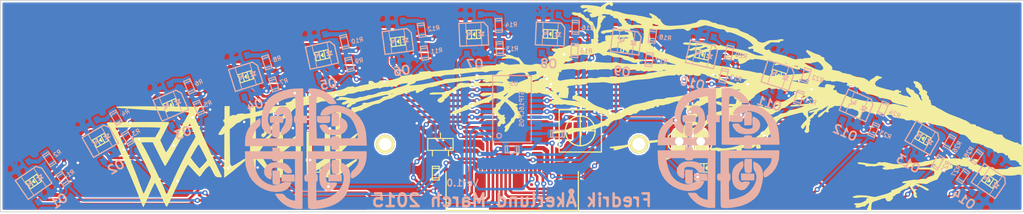
<source format=kicad_pcb>
(kicad_pcb (version 4) (host pcbnew "(2015-03-13 BZR 5510)-product")
  (layers (0 F.Cu signal) (31 B.Cu signal) (34 B.Paste user hide) (35 F.Paste user hide) (36 B.SilkS user) (37 F.SilkS user) (38 B.Mask user) (39 F.Mask user hide) (44 Edge.Cuts user hide))
  (net 0 "")
  (net 1 GND)
  (net 2 VDD50)
  (net 3 ADC0)
  (net 4 ADC2)
  (net 5 ADC3)
  (net 6 ADC4)
  (net 7 ADC5)
  (net 8 ADC6)
  (net 9 ADC7)
  (net 10 ADC8)
  (net 11 ADC9)
  (net 12 ADC1)
  (net 13 ADC13)
  (net 14 SENS_NFET)
  (net 15 ADC12)
  (net 16 ADC11)
  (net 17 ADC10)
  (net 18 /MOS_DRAIN)
  (net 19 "Net-(O1-Pad2)")
  (net 20 "Net-(O2-Pad2)")
  (net 21 "Net-(O3-Pad2)")
  (net 22 "Net-(O4-Pad2)")
  (net 23 "Net-(O5-Pad2)")
  (net 24 "Net-(O6-Pad2)")
  (net 25 "Net-(O7-Pad2)")
  (net 26 "Net-(O8-Pad2)")
  (net 27 "Net-(O9-Pad2)")
  (net 28 "Net-(O10-Pad2)")
  (net 29 "Net-(O11-Pad2)")
  (net 30 "Net-(O12-Pad2)")
  (net 31 "Net-(O13-Pad2)")
  (net 32 "Net-(O14-Pad2)")
  (net 33 "Net-(D1-Pad2)")
  (net 34 "Net-(D2-Pad2)")
  (net 35 "Net-(D3-Pad2)")
  (net 36 "Net-(D4-Pad2)")
  (net 37 "Net-(D5-Pad2)")
  (net 38 "Net-(D6-Pad2)")
  (net 39 "Net-(D7-Pad2)")
  (net 40 "Net-(D8-Pad2)")
  (net 41 "Net-(D9-Pad2)")
  (net 42 "Net-(D10-Pad2)")
  (net 43 "Net-(D11-Pad2)")
  (net 44 "Net-(D12-Pad2)")
  (net 45 "Net-(D13-Pad2)")
  (net 46 "Net-(D14-Pad2)")
  (net 47 "Net-(D15-Pad2)")
  (net 48 "Net-(D16-Pad2)")
  (net 49 SPI2_MOSI)
  (net 50 LED_LE)
  (net 51 SPI2_CLK)
  (net 52 "Net-(R29-Pad1)")
  (net 53 "Net-(R29-Pad2)")
  (module freaquency:lf_sensors_v1 (layer F.Cu) (at 152.79 101.74)
    (fp_text reference U2 hide)
    (fp_text value drill hide)
  )
  (module freaquency:walknut_text (layer F.Cu) (at 120.07 95.08)
    (fp_text reference G*** hide)
    (fp_text value LOGO hide)
  )
  (module freaquency:walknut_c3 (layer B.Cu) (at 177.19 94.2)
    (fp_text reference G*** hide)
    (fp_text value LOGO hide)
  )
  (module freaquency:walknut_c3 (layer B.Cu) (at 128.38 94.31)
    (fp_text reference G*** hide)
    (fp_text value LOGO hide)
  )
  (module freaquency:tree (layer F.Cu) (at 165.71 89.26 180)
    (fp_text reference G*** hide)
    (fp_text value LOGO hide)
  )
  (module smd_jst_FLZ_20pin (layer F.Cu) (at 152.79 96.57 180)
    (fp_text reference J1 hide)
    (fp_text value HEADER_20 hide)
    (pad 1 smd rect (at -4.75 -0.02 270) (size 0.6 0.35) (layers F.Cu F.Paste F.Mask) (net 2 VDD50))
    (pad 2 smd rect (at -4.25 -0.02 270) (size 0.6 0.35) (layers F.Cu F.Paste F.Mask) (net 1 GND))
    (pad 3 smd rect (at -3.75 -0.02 270) (size 0.6 0.35) (layers F.Cu F.Paste F.Mask) (net 49 SPI2_MOSI))
    (pad 4 smd rect (at -3.25 -0.02 270) (size 0.6 0.35) (layers F.Cu F.Paste F.Mask) (net 14 SENS_NFET))
    (pad 5 smd rect (at -2.75 -0.02 270) (size 0.6 0.35) (layers F.Cu F.Paste F.Mask) (net 50 LED_LE))
    (pad 6 smd rect (at -2.25 -0.02 270) (size 0.6 0.35) (layers F.Cu F.Paste F.Mask) (net 51 SPI2_CLK))
    (pad 7 smd rect (at -1.75 -0.02 270) (size 0.6 0.35) (layers F.Cu F.Paste F.Mask) (net 11 ADC9))
    (pad 8 smd rect (at -1.25 -0.02 270) (size 0.6 0.35) (layers F.Cu F.Paste F.Mask) (net 10 ADC8))
    (pad 9 smd rect (at -0.75 -0.02 270) (size 0.6 0.35) (layers F.Cu F.Paste F.Mask) (net 9 ADC7))
    (pad 10 smd rect (at -0.25 -0.02 270) (size 0.6 0.35) (layers F.Cu F.Paste F.Mask) (net 8 ADC6))
    (pad 11 smd rect (at 0.25 -0.02 270) (size 0.6 0.35) (layers F.Cu F.Paste F.Mask) (net 17 ADC10))
    (pad 12 smd rect (at 0.75 -0.02 270) (size 0.6 0.35) (layers F.Cu F.Paste F.Mask) (net 16 ADC11))
    (pad 13 smd rect (at 1.25 -0.02 270) (size 0.6 0.35) (layers F.Cu F.Paste F.Mask) (net 15 ADC12))
    (pad 14 smd rect (at 1.75 -0.02 270) (size 0.6 0.35) (layers F.Cu F.Paste F.Mask) (net 13 ADC13))
    (pad 15 smd rect (at 2.25 -0.02 270) (size 0.6 0.35) (layers F.Cu F.Paste F.Mask) (net 3 ADC0))
    (pad 16 smd rect (at 2.75 -0.02 270) (size 0.6 0.35) (layers F.Cu F.Paste F.Mask) (net 12 ADC1))
    (pad 17 smd rect (at 3.25 -0.02 270) (size 0.6 0.35) (layers F.Cu F.Paste F.Mask) (net 7 ADC5))
    (pad 18 smd rect (at 3.75 -0.02 270) (size 0.6 0.35) (layers F.Cu F.Paste F.Mask) (net 6 ADC4))
    (pad 19 smd rect (at 4.25 -0.02 270) (size 0.6 0.35) (layers F.Cu F.Paste F.Mask) (net 5 ADC3))
    (pad 20 smd rect (at 4.75 -0.02 270) (size 0.6 0.35) (layers F.Cu F.Paste F.Mask) (net 4 ADC2))
    (pad 21 smd rect (at -7 -1.02 270) (size 2.1 2.1) (layers F.Cu F.Paste F.Mask))
    (pad 22 smd rect (at 7 -1.02 270) (size 2.1 2.1) (layers F.Cu F.Paste F.Mask))
  )
  (module w_smd_cap:c_0603 (layer B.Cu) (at 152.8 94.35)
    (fp_text reference C1 hide)
    (fp_text value 10u hide)
    (pad 1 smd rect (at 0.75184 0) (size 0.89916 1.00076) (layers B.Cu B.Paste B.Mask) (net 2 VDD50))
    (pad 2 smd rect (at -0.75184 0) (size 0.89916 1.00076) (layers B.Cu B.Paste B.Mask) (net 1 GND))
  )
  (module w_smd_leds:Led_0603 (layer F.Cu) (at 96.2 98.17 214.5)
    (fp_text reference D1 hide)
    (fp_text value LED hide)
    (pad 1 smd rect (at -0.7493 0 214.5) (size 0.79756 0.79756) (layers F.Cu F.Paste F.Mask) (net 2 VDD50))
    (pad 2 smd rect (at 0.7493 0 214.5) (size 0.79756 0.79756) (layers F.Cu F.Paste F.Mask) (net 33 "Net-(D1-Pad2)"))
  )
  (module w_smd_leds:Led_0603 (layer F.Cu) (at 104.13 93.29 210)
    (fp_text reference D2 hide)
    (fp_text value LED hide)
    (pad 1 smd rect (at -0.7493 0 210) (size 0.79756 0.79756) (layers F.Cu F.Paste F.Mask) (net 2 VDD50))
    (pad 2 smd rect (at 0.7493 0 210) (size 0.79756 0.79756) (layers F.Cu F.Paste F.Mask) (net 34 "Net-(D2-Pad2)"))
  )
  (module w_smd_leds:Led_0603 (layer F.Cu) (at 112.44 89.14 203.5)
    (fp_text reference D3 hide)
    (fp_text value LED hide)
    (pad 1 smd rect (at -0.7493 0 203.5) (size 0.79756 0.79756) (layers F.Cu F.Paste F.Mask) (net 2 VDD50))
    (pad 2 smd rect (at 0.7493 0 203.5) (size 0.79756 0.79756) (layers F.Cu F.Paste F.Mask) (net 35 "Net-(D3-Pad2)"))
  )
  (module w_smd_leds:Led_0603 (layer F.Cu) (at 121.3 85.77 197.5)
    (fp_text reference D4 hide)
    (fp_text value LED hide)
    (pad 1 smd rect (at -0.7493 0 197.5) (size 0.79756 0.79756) (layers F.Cu F.Paste F.Mask) (net 2 VDD50))
    (pad 2 smd rect (at 0.7493 0 197.5) (size 0.79756 0.79756) (layers F.Cu F.Paste F.Mask) (net 36 "Net-(D4-Pad2)"))
  )
  (module w_smd_leds:Led_0603 (layer F.Cu) (at 130.33 83.23 192.5)
    (fp_text reference D5 hide)
    (fp_text value LED hide)
    (pad 1 smd rect (at -0.7493 0 192.5) (size 0.79756 0.79756) (layers F.Cu F.Paste F.Mask) (net 2 VDD50))
    (pad 2 smd rect (at 0.7493 0 192.5) (size 0.79756 0.79756) (layers F.Cu F.Paste F.Mask) (net 37 "Net-(D5-Pad2)"))
  )
  (module w_smd_leds:Led_0603 (layer F.Cu) (at 139.31 81.61 187.5)
    (fp_text reference D6 hide)
    (fp_text value LED hide)
    (pad 1 smd rect (at -0.7493 0 187.5) (size 0.79756 0.79756) (layers F.Cu F.Paste F.Mask) (net 2 VDD50))
    (pad 2 smd rect (at 0.7493 0 187.5) (size 0.79756 0.79756) (layers F.Cu F.Paste F.Mask) (net 38 "Net-(D6-Pad2)"))
  )
  (module w_smd_leds:Led_0603 (layer F.Cu) (at 148.29 80.76 182.5)
    (fp_text reference D7 hide)
    (fp_text value LED hide)
    (pad 1 smd rect (at -0.7493 0 182.5) (size 0.79756 0.79756) (layers F.Cu F.Paste F.Mask) (net 2 VDD50))
    (pad 2 smd rect (at 0.7493 0 182.5) (size 0.79756 0.79756) (layers F.Cu F.Paste F.Mask) (net 39 "Net-(D7-Pad2)"))
  )
  (module w_smd_leds:Led_0603 (layer F.Cu) (at 157.31 80.71 177.5)
    (fp_text reference D8 hide)
    (fp_text value LED hide)
    (pad 1 smd rect (at -0.7493 0 177.5) (size 0.79756 0.79756) (layers F.Cu F.Paste F.Mask) (net 2 VDD50))
    (pad 2 smd rect (at 0.7493 0 177.5) (size 0.79756 0.79756) (layers F.Cu F.Paste F.Mask) (net 40 "Net-(D8-Pad2)"))
  )
  (module w_smd_leds:Led_0603 (layer F.Cu) (at 166.26 81.55 172.5)
    (fp_text reference D9 (at 0 -1.09982 172.5) (layer F.SilkS) (effects (font (size 0.59944 0.59944) (thickness 0.11938))))
    (fp_text value LED hide)
    (pad 1 smd rect (at -0.7493 0 172.5) (size 0.79756 0.79756) (layers F.Cu F.Paste F.Mask) (net 2 VDD50))
    (pad 2 smd rect (at 0.7493 0 172.5) (size 0.79756 0.79756) (layers F.Cu F.Paste F.Mask) (net 41 "Net-(D9-Pad2)"))
  )
  (module w_smd_leds:Led_0603 (layer F.Cu) (at 175.3 83.15 167.5)
    (fp_text reference D10 hide)
    (fp_text value LED hide)
    (pad 1 smd rect (at -0.7493 0 167.5) (size 0.79756 0.79756) (layers F.Cu F.Paste F.Mask) (net 2 VDD50))
    (pad 2 smd rect (at 0.7493 0 167.5) (size 0.79756 0.79756) (layers F.Cu F.Paste F.Mask) (net 42 "Net-(D10-Pad2)"))
  )
  (module w_smd_leds:Led_0603 (layer F.Cu) (at 184.27 85.62 162.5)
    (fp_text reference D11 hide)
    (fp_text value LED hide)
    (pad 1 smd rect (at -0.7493 0 162.5) (size 0.79756 0.79756) (layers F.Cu F.Paste F.Mask) (net 2 VDD50))
    (pad 2 smd rect (at 0.7493 0 162.5) (size 0.79756 0.79756) (layers F.Cu F.Paste F.Mask) (net 43 "Net-(D11-Pad2)"))
  )
  (module w_smd_leds:Led_0603 (layer F.Cu) (at 193.27 89.03 157)
    (fp_text reference D12 hide)
    (fp_text value LED hide)
    (pad 1 smd rect (at -0.7493 0 157) (size 0.79756 0.79756) (layers F.Cu F.Paste F.Mask) (net 2 VDD50))
    (pad 2 smd rect (at 0.7493 0 157) (size 0.79756 0.79756) (layers F.Cu F.Paste F.Mask) (net 44 "Net-(D12-Pad2)"))
  )
  (module w_smd_leds:Led_0603 (layer F.Cu) (at 201.39 93.04 150)
    (fp_text reference D13 hide)
    (fp_text value LED hide)
    (pad 1 smd rect (at -0.7493 0 150) (size 0.79756 0.79756) (layers F.Cu F.Paste F.Mask) (net 2 VDD50))
    (pad 2 smd rect (at 0.7493 0 150) (size 0.79756 0.79756) (layers F.Cu F.Paste F.Mask) (net 45 "Net-(D13-Pad2)"))
  )
  (module w_smd_leds:Led_0603 (layer F.Cu) (at 209.25 98.09 325.5)
    (fp_text reference D14 hide)
    (fp_text value LED hide)
    (pad 1 smd rect (at -0.7493 0 325.5) (size 0.79756 0.79756) (layers F.Cu F.Paste F.Mask) (net 2 VDD50))
    (pad 2 smd rect (at 0.7493 0 325.5) (size 0.79756 0.79756) (layers F.Cu F.Paste F.Mask) (net 46 "Net-(D14-Pad2)"))
  )
  (module w_smd_leds:Led_0603 (layer F.Cu) (at 175.79 96.55 180)
    (fp_text reference D15 hide)
    (fp_text value LED hide)
    (pad 1 smd rect (at -0.7493 0 180) (size 0.79756 0.79756) (layers F.Cu F.Paste F.Mask) (net 2 VDD50))
    (pad 2 smd rect (at 0.7493 0 180) (size 0.79756 0.79756) (layers F.Cu F.Paste F.Mask) (net 47 "Net-(D15-Pad2)"))
  )
  (module w_smd_leds:Led_0603 (layer F.Cu) (at 129.78 96.56)
    (fp_text reference D16 hide)
    (fp_text value LED hide)
    (pad 1 smd rect (at -0.7493 0) (size 0.79756 0.79756) (layers F.Cu F.Paste F.Mask) (net 2 VDD50))
    (pad 2 smd rect (at 0.7493 0) (size 0.79756 0.79756) (layers F.Cu F.Paste F.Mask) (net 48 "Net-(D16-Pad2)"))
  )
  (module crf_1:pinhead-1X02 (layer F.Cu) (at 173.84 93.41 180)
    (fp_text reference J5 hide)
    (fp_text value HEADER_2 hide)
    (pad 1 thru_hole oval (at -1.27 0 180) (size 1.524 3.048) (drill 1.016) (layers *.Cu *.Mask F.SilkS) (net 18 /MOS_DRAIN))
    (pad 2 thru_hole oval (at 1.27 0 180) (size 1.524 3.048) (drill 1.016) (layers *.Cu *.Mask F.SilkS) (net 1 GND))
  )
  (module w_smd_resistors:r_0603 (layer B.Cu) (at 99.65 97.83 124.5)
    (fp_text reference R1 (at -0.010645 1.14542 214.5) (layer B.SilkS) (effects (font (size 0.5 0.5) (thickness 0.1)) (justify mirror)))
    (fp_text value 10k hide)
    (pad 1 smd rect (at 0.75184 0 124.5) (size 0.89916 1.00076) (layers B.Cu B.Paste B.Mask) (net 2 VDD50))
    (pad 2 smd rect (at -0.75184 0 124.5) (size 0.89916 1.00076) (layers B.Cu B.Paste B.Mask) (net 3 ADC0))
  )
  (module w_smd_resistors:r_0603 (layer B.Cu) (at 98.08 95.52 304.5)
    (fp_text reference R2 (at -0.016656 -1.176317 394.5) (layer B.SilkS) (effects (font (size 0.5 0.5) (thickness 0.1)) (justify mirror)))
    (fp_text value 150 hide)
    (pad 1 smd rect (at 0.75184 0 304.5) (size 0.89916 1.00076) (layers B.Cu B.Paste B.Mask) (net 2 VDD50))
    (pad 2 smd rect (at -0.75184 0 304.5) (size 0.89916 1.00076) (layers B.Cu B.Paste B.Mask) (net 19 "Net-(O1-Pad2)"))
  )
  (module w_smd_resistors:r_0603 (layer B.Cu) (at 107.35 93.02 120)
    (fp_text reference R3 (at 0.072701 1.205203 210) (layer B.SilkS) (effects (font (size 0.5 0.5) (thickness 0.1)) (justify mirror)))
    (fp_text value 10k hide)
    (pad 1 smd rect (at 0.75184 0 120) (size 0.89916 1.00076) (layers B.Cu B.Paste B.Mask) (net 2 VDD50))
    (pad 2 smd rect (at -0.75184 0 120) (size 0.89916 1.00076) (layers B.Cu B.Paste B.Mask) (net 12 ADC1))
  )
  (module w_smd_resistors:r_0603 (layer B.Cu) (at 105.97 90.61 300)
    (fp_text reference R4 (at 0.049576 -1.26477 390) (layer B.SilkS) (effects (font (size 0.5 0.5) (thickness 0.1)) (justify mirror)))
    (fp_text value 150 hide)
    (pad 1 smd rect (at 0.75184 0 300) (size 0.89916 1.00076) (layers B.Cu B.Paste B.Mask) (net 2 VDD50))
    (pad 2 smd rect (at -0.75184 0 300) (size 0.89916 1.00076) (layers B.Cu B.Paste B.Mask) (net 20 "Net-(O2-Pad2)"))
  )
  (module w_smd_resistors:r_0603 (layer B.Cu) (at 115.75 89.42 113.5)
    (fp_text reference R5 (at -0.021959 1.179033 203.5) (layer B.SilkS) (effects (font (size 0.5 0.5) (thickness 0.1)) (justify mirror)))
    (fp_text value 10k hide)
    (pad 1 smd rect (at 0.75184 0 113.5) (size 0.89916 1.00076) (layers B.Cu B.Paste B.Mask) (net 2 VDD50))
    (pad 2 smd rect (at -0.75184 0 113.5) (size 0.89916 1.00076) (layers B.Cu B.Paste B.Mask) (net 4 ADC2))
  )
  (module w_smd_resistors:r_0603 (layer B.Cu) (at 114.65 86.91 293.5)
    (fp_text reference R6 (at 0.048276 -1.189399 383.5) (layer B.SilkS) (effects (font (size 0.5 0.5) (thickness 0.1)) (justify mirror)))
    (fp_text value 150 hide)
    (pad 1 smd rect (at 0.75184 0 293.5) (size 0.89916 1.00076) (layers B.Cu B.Paste B.Mask) (net 2 VDD50))
    (pad 2 smd rect (at -0.75184 0 293.5) (size 0.89916 1.00076) (layers B.Cu B.Paste B.Mask) (net 21 "Net-(O3-Pad2)"))
  )
  (module w_smd_resistors:r_0603 (layer B.Cu) (at 124.63 86.67 107.5)
    (fp_text reference R7 (at -0.04612 1.243693 197.5) (layer B.SilkS) (effects (font (size 0.5 0.5) (thickness 0.1)) (justify mirror)))
    (fp_text value 10k hide)
    (pad 1 smd rect (at 0.75184 0 107.5) (size 0.89916 1.00076) (layers B.Cu B.Paste B.Mask) (net 2 VDD50))
    (pad 2 smd rect (at -0.75184 0 107.5) (size 0.89916 1.00076) (layers B.Cu B.Paste B.Mask) (net 5 ADC3))
  )
  (module w_smd_resistors:r_0603 (layer B.Cu) (at 123.81 84.06 287.5)
    (fp_text reference R8 (at -0.017633 -1.27428 377.5) (layer B.SilkS) (effects (font (size 0.5 0.5) (thickness 0.1)) (justify mirror)))
    (fp_text value 150 hide)
    (pad 1 smd rect (at 0.75184 0 287.5) (size 0.89916 1.00076) (layers B.Cu B.Paste B.Mask) (net 2 VDD50))
    (pad 2 smd rect (at -0.75184 0 287.5) (size 0.89916 1.00076) (layers B.Cu B.Paste B.Mask) (net 22 "Net-(O4-Pad2)"))
  )
  (module w_smd_resistors:r_0603 (layer B.Cu) (at 133.57 84.3 102.5)
    (fp_text reference R9 (at 0.149211 1.221244 192.5) (layer B.SilkS) (effects (font (size 0.5 0.5) (thickness 0.1)) (justify mirror)))
    (fp_text value 10k hide)
    (pad 1 smd rect (at 0.75184 0 102.5) (size 0.89916 1.00076) (layers B.Cu B.Paste B.Mask) (net 2 VDD50))
    (pad 2 smd rect (at -0.75184 0 102.5) (size 0.89916 1.00076) (layers B.Cu B.Paste B.Mask) (net 6 ADC4))
  )
  (module w_smd_resistors:r_0603 (layer B.Cu) (at 132.98 81.64 282.5)
    (fp_text reference R10 (at 0.182544 -1.516436 372.5) (layer B.SilkS) (effects (font (size 0.5 0.5) (thickness 0.1)) (justify mirror)))
    (fp_text value 150 hide)
    (pad 1 smd rect (at 0.75184 0 282.5) (size 0.89916 1.00076) (layers B.Cu B.Paste B.Mask) (net 2 VDD50))
    (pad 2 smd rect (at -0.75184 0 282.5) (size 0.89916 1.00076) (layers B.Cu B.Paste B.Mask) (net 23 "Net-(O5-Pad2)"))
  )
  (module w_smd_resistors:r_0603 (layer B.Cu) (at 142.45 82.96 97.5)
    (fp_text reference R11 (at 0.062514 1.440483 187.5) (layer B.SilkS) (effects (font (size 0.5 0.5) (thickness 0.1)) (justify mirror)))
    (fp_text value 10k hide)
    (pad 1 smd rect (at 0.75184 0 97.5) (size 0.89916 1.00076) (layers B.Cu B.Paste B.Mask) (net 2 VDD50))
    (pad 2 smd rect (at -0.75184 0 97.5) (size 0.89916 1.00076) (layers B.Cu B.Paste B.Mask) (net 7 ADC5))
  )
  (module w_smd_resistors:r_0603 (layer B.Cu) (at 142.09 80.25 277.5)
    (fp_text reference R12 (at 0.000888 -1.462395 367.5) (layer B.SilkS) (effects (font (size 0.5 0.5) (thickness 0.1)) (justify mirror)))
    (fp_text value 150 hide)
    (pad 1 smd rect (at 0.75184 0 277.5) (size 0.89916 1.00076) (layers B.Cu B.Paste B.Mask) (net 2 VDD50))
    (pad 2 smd rect (at -0.75184 0 277.5) (size 0.89916 1.00076) (layers B.Cu B.Paste B.Mask) (net 24 "Net-(O6-Pad2)"))
  )
  (module w_smd_resistors:r_0603 (layer B.Cu) (at 151.34 82.43 92.5)
    (fp_text reference R13 (at -0.104955 1.486837 182.5) (layer B.SilkS) (effects (font (size 0.5 0.5) (thickness 0.1)) (justify mirror)))
    (fp_text value 10k hide)
    (pad 1 smd rect (at 0.75184 0 92.5) (size 0.89916 1.00076) (layers B.Cu B.Paste B.Mask) (net 2 VDD50))
    (pad 2 smd rect (at -0.75184 0 92.5) (size 0.89916 1.00076) (layers B.Cu B.Paste B.Mask) (net 8 ADC6))
  )
  (module w_smd_resistors:r_0603 (layer B.Cu) (at 151.22 79.69 272.5)
    (fp_text reference R14 (at -0.005377 -1.481645 362.5) (layer B.SilkS) (effects (font (size 0.5 0.5) (thickness 0.1)) (justify mirror)))
    (fp_text value 150 hide)
    (pad 1 smd rect (at 0.75184 0 272.5) (size 0.89916 1.00076) (layers B.Cu B.Paste B.Mask) (net 2 VDD50))
    (pad 2 smd rect (at -0.75184 0 272.5) (size 0.89916 1.00076) (layers B.Cu B.Paste B.Mask) (net 25 "Net-(O7-Pad2)"))
  )
  (module w_smd_resistors:r_0603 (layer B.Cu) (at 160.19 82.67 87.5)
    (fp_text reference R15 (at 0.001124 1.401285 177.5) (layer B.SilkS) (effects (font (size 0.5 0.5) (thickness 0.1)) (justify mirror)))
    (fp_text value 10k hide)
    (pad 1 smd rect (at 0.75184 0 87.5) (size 0.89916 1.00076) (layers B.Cu B.Paste B.Mask) (net 2 VDD50))
    (pad 2 smd rect (at -0.75184 0 87.5) (size 0.89916 1.00076) (layers B.Cu B.Paste B.Mask) (net 9 ADC7))
  )
  (module w_smd_resistors:r_0603 (layer B.Cu) (at 160.31 79.92 267.5)
    (fp_text reference R16 (at 0.006249 -1.461664 357.5) (layer B.SilkS) (effects (font (size 0.5 0.5) (thickness 0.1)) (justify mirror)))
    (fp_text value 150 hide)
    (pad 1 smd rect (at 0.75184 0 267.5) (size 0.89916 1.00076) (layers B.Cu B.Paste B.Mask) (net 2 VDD50))
    (pad 2 smd rect (at -0.75184 0 267.5) (size 0.89916 1.00076) (layers B.Cu B.Paste B.Mask) (net 26 "Net-(O8-Pad2)"))
  )
  (module w_smd_resistors:r_0603 (layer B.Cu) (at 169.02 83.74 82.5)
    (fp_text reference R17 (at 0.019412 1.44987 172.5) (layer B.SilkS) (effects (font (size 0.5 0.5) (thickness 0.1)) (justify mirror)))
    (fp_text value 10k hide)
    (pad 1 smd rect (at 0.75184 0 82.5) (size 0.89916 1.00076) (layers B.Cu B.Paste B.Mask) (net 2 VDD50))
    (pad 2 smd rect (at -0.75184 0 82.5) (size 0.89916 1.00076) (layers B.Cu B.Paste B.Mask) (net 10 ADC8))
  )
  (module w_smd_resistors:r_0603 (layer B.Cu) (at 169.4 80.97 262.5)
    (fp_text reference R18 (at -0.021245 -1.540405 352.5) (layer B.SilkS) (effects (font (size 0.5 0.5) (thickness 0.1)) (justify mirror)))
    (fp_text value 150 hide)
    (pad 1 smd rect (at 0.75184 0 262.5) (size 0.89916 1.00076) (layers B.Cu B.Paste B.Mask) (net 2 VDD50))
    (pad 2 smd rect (at -0.75184 0 262.5) (size 0.89916 1.00076) (layers B.Cu B.Paste B.Mask) (net 27 "Net-(O9-Pad2)"))
  )
  (module w_smd_resistors:r_0603 (layer B.Cu) (at 177.83 85.65 77.5)
    (fp_text reference R19 (at 0.011186 1.482725 167.5) (layer B.SilkS) (effects (font (size 0.5 0.5) (thickness 0.1)) (justify mirror)))
    (fp_text value 10k hide)
    (pad 1 smd rect (at 0.75184 0 77.5) (size 0.89916 1.00076) (layers B.Cu B.Paste B.Mask) (net 2 VDD50))
    (pad 2 smd rect (at -0.75184 0 77.5) (size 0.89916 1.00076) (layers B.Cu B.Paste B.Mask) (net 11 ADC9))
  )
  (module w_smd_resistors:r_0603 (layer B.Cu) (at 178.47 82.91 257.5)
    (fp_text reference R20 (at 0.032195 -1.471857 347.5) (layer B.SilkS) (effects (font (size 0.5 0.5) (thickness 0.1)) (justify mirror)))
    (fp_text value 150 hide)
    (pad 1 smd rect (at 0.75184 0 257.5) (size 0.89916 1.00076) (layers B.Cu B.Paste B.Mask) (net 2 VDD50))
    (pad 2 smd rect (at -0.75184 0 257.5) (size 0.89916 1.00076) (layers B.Cu B.Paste B.Mask) (net 28 "Net-(O10-Pad2)"))
  )
  (module w_smd_resistors:r_0603 (layer B.Cu) (at 186.72 88.24 72.5)
    (fp_text reference R21 (at -0.004661 1.44844 162.5) (layer B.SilkS) (effects (font (size 0.5 0.5) (thickness 0.1)) (justify mirror)))
    (fp_text value 10k hide)
    (pad 1 smd rect (at 0.75184 0 72.5) (size 0.89916 1.00076) (layers B.Cu B.Paste B.Mask) (net 2 VDD50))
    (pad 2 smd rect (at -0.75184 0 72.5) (size 0.89916 1.00076) (layers B.Cu B.Paste B.Mask) (net 17 ADC10))
  )
  (module w_smd_resistors:r_0603 (layer B.Cu) (at 187.57 85.59 252.5)
    (fp_text reference R22 (at 0.001654 -1.457977 342.5) (layer B.SilkS) (effects (font (size 0.5 0.5) (thickness 0.1)) (justify mirror)))
    (fp_text value 150 hide)
    (pad 1 smd rect (at 0.75184 0 252.5) (size 0.89916 1.00076) (layers B.Cu B.Paste B.Mask) (net 2 VDD50))
    (pad 2 smd rect (at -0.75184 0 252.5) (size 0.89916 1.00076) (layers B.Cu B.Paste B.Mask) (net 29 "Net-(O11-Pad2)"))
  )
  (module w_smd_resistors:r_0603 (layer B.Cu) (at 195.59 92.05 66.5)
    (fp_text reference R23 (at -0.007932 1.507825 156.5) (layer B.SilkS) (effects (font (size 0.5 0.5) (thickness 0.1)) (justify mirror)))
    (fp_text value 10k hide)
    (pad 1 smd rect (at 0.75184 0 66.5) (size 0.89916 1.00076) (layers B.Cu B.Paste B.Mask) (net 2 VDD50))
    (pad 2 smd rect (at -0.75184 0 66.5) (size 0.89916 1.00076) (layers B.Cu B.Paste B.Mask) (net 16 ADC11))
  )
  (module w_smd_resistors:r_0603 (layer B.Cu) (at 196.68 89.54 246.5)
    (fp_text reference R24 (at 0.02654 -1.515155 336.5) (layer B.SilkS) (effects (font (size 0.5 0.5) (thickness 0.1)) (justify mirror)))
    (fp_text value 150 hide)
    (pad 1 smd rect (at 0.75184 0 246.5) (size 0.89916 1.00076) (layers B.Cu B.Paste B.Mask) (net 2 VDD50))
    (pad 2 smd rect (at -0.75184 0 246.5) (size 0.89916 1.00076) (layers B.Cu B.Paste B.Mask) (net 30 "Net-(O12-Pad2)"))
  )
  (module w_smd_resistors:r_0603 (layer B.Cu) (at 203.15 95.86 60)
    (fp_text reference R25 (at -0.013135 1.082925 240) (layer B.SilkS) (effects (font (size 0.5 0.5) (thickness 0.1)) (justify mirror)))
    (fp_text value 10k hide)
    (pad 1 smd rect (at 0.75184 0 60) (size 0.89916 1.00076) (layers B.Cu B.Paste B.Mask) (net 2 VDD50))
    (pad 2 smd rect (at -0.75184 0 60) (size 0.89916 1.00076) (layers B.Cu B.Paste B.Mask) (net 15 ADC12))
  )
  (module w_smd_resistors:r_0603 (layer B.Cu) (at 204.54 93.47 240)
    (fp_text reference R26 (at 0.057842 -1.084045 420) (layer B.SilkS) (effects (font (size 0.5 0.5) (thickness 0.1)) (justify mirror)))
    (fp_text value 150 hide)
    (pad 1 smd rect (at 0.75184 0 240) (size 0.89916 1.00076) (layers B.Cu B.Paste B.Mask) (net 2 VDD50))
    (pad 2 smd rect (at -0.75184 0 240) (size 0.89916 1.00076) (layers B.Cu B.Paste B.Mask) (net 31 "Net-(O13-Pad2)"))
  )
  (module w_smd_resistors:r_0603 (layer B.Cu) (at 206.14 97.52 55.5)
    (fp_text reference R27 (at 0.049592 -1.004809 235.5) (layer B.SilkS) (effects (font (size 0.5 0.5) (thickness 0.1)) (justify mirror)))
    (fp_text value 10k hide)
    (pad 1 smd rect (at 0.75184 0 55.5) (size 0.89916 1.00076) (layers B.Cu B.Paste B.Mask) (net 2 VDD50))
    (pad 2 smd rect (at -0.75184 0 55.5) (size 0.89916 1.00076) (layers B.Cu B.Paste B.Mask) (net 13 ADC13))
  )
  (module w_smd_resistors:r_0603 (layer B.Cu) (at 207.71 95.25 235.5)
    (fp_text reference R28 (at 0.039504 1.028513 415.5) (layer B.SilkS) (effects (font (size 0.5 0.5) (thickness 0.1)) (justify mirror)))
    (fp_text value 150 hide)
    (pad 1 smd rect (at 0.75184 0 235.5) (size 0.89916 1.00076) (layers B.Cu B.Paste B.Mask) (net 2 VDD50))
    (pad 2 smd rect (at -0.75184 0 235.5) (size 0.89916 1.00076) (layers B.Cu B.Paste B.Mask) (net 32 "Net-(O14-Pad2)"))
  )
  (module w_smd_resistors:r_0603 (layer B.Cu) (at 158.18 92.5)
    (fp_text reference R29 hide)
    (fp_text value 1k hide)
    (pad 1 smd rect (at 0.75184 0) (size 0.89916 1.00076) (layers B.Cu B.Paste B.Mask) (net 52 "Net-(R29-Pad1)"))
    (pad 2 smd rect (at -0.75184 0) (size 0.89916 1.00076) (layers B.Cu B.Paste B.Mask) (net 53 "Net-(R29-Pad2)"))
  )
  (module w_smd_resistors:r_0603 (layer F.Cu) (at 143.78 97.17 270)
    (fp_text reference R30 hide)
    (fp_text value 10k hide)
    (pad 1 smd rect (at 0.75184 0 270) (size 0.89916 1.00076) (layers F.Cu F.Paste F.Mask) (net 14 SENS_NFET))
    (pad 2 smd rect (at -0.75184 0 270) (size 0.89916 1.00076) (layers F.Cu F.Paste F.Mask) (net 1 GND))
  )
  (module w_smd_dil:tssop-24 (layer B.Cu) (at 152.79 89.57 90)
    (fp_text reference U1 (at 3 0.25 360) (layer B.SilkS) (effects (font (size 0.50038 0.50038) (thickness 0.09906)) (justify mirror)))
    (fp_text value STP16CP05 (at 0 1.143 90) (layer B.SilkS) (effects (font (size 0.50038 0.50038) (thickness 0.09906)) (justify mirror)))
    (pad 6 smd rect (at -0.32512 -2.79908 90) (size 0.4191 1.47066) (layers B.Cu B.Paste B.Mask) (net 34 "Net-(D2-Pad2)"))
    (pad 7 smd rect (at 0.32512 -2.79908 90) (size 0.4191 1.47066) (layers B.Cu B.Paste B.Mask) (net 35 "Net-(D3-Pad2)"))
    (pad 8 smd rect (at 0.97536 -2.79908 90) (size 0.4191 1.47066) (layers B.Cu B.Paste B.Mask) (net 36 "Net-(D4-Pad2)"))
    (pad 9 smd rect (at 1.6256 -2.79908 90) (size 0.4191 1.47066) (layers B.Cu B.Paste B.Mask) (net 37 "Net-(D5-Pad2)"))
    (pad 22 smd rect (at -2.26568 2.794 90) (size 0.4191 1.47066) (layers B.Cu B.Paste B.Mask) (net 1 GND))
    (pad 3 smd rect (at -2.27584 -2.79908 90) (size 0.4191 1.47066) (layers B.Cu B.Paste B.Mask) (net 51 SPI2_CLK))
    (pad 4 smd rect (at -1.6256 -2.79908 90) (size 0.4191 1.47066) (layers B.Cu B.Paste B.Mask) (net 50 LED_LE))
    (pad 5 smd rect (at -0.97536 -2.79908 90) (size 0.4191 1.47066) (layers B.Cu B.Paste B.Mask) (net 33 "Net-(D1-Pad2)"))
    (pad 15 smd rect (at 2.27584 2.79908 90) (size 0.4191 1.47066) (layers B.Cu B.Paste B.Mask) (net 43 "Net-(D11-Pad2)"))
    (pad 16 smd rect (at 1.6256 2.79908 90) (size 0.4191 1.47066) (layers B.Cu B.Paste B.Mask) (net 44 "Net-(D12-Pad2)"))
    (pad 17 smd rect (at 0.97536 2.79908 90) (size 0.4191 1.47066) (layers B.Cu B.Paste B.Mask) (net 45 "Net-(D13-Pad2)"))
    (pad 18 smd rect (at 0.32512 2.79908 90) (size 0.4191 1.47066) (layers B.Cu B.Paste B.Mask) (net 46 "Net-(D14-Pad2)"))
    (pad 19 smd rect (at -0.32512 2.79908 90) (size 0.4191 1.47066) (layers B.Cu B.Paste B.Mask) (net 47 "Net-(D15-Pad2)"))
    (pad 20 smd rect (at -0.97536 2.79908 90) (size 0.4191 1.47066) (layers B.Cu B.Paste B.Mask) (net 48 "Net-(D16-Pad2)"))
    (pad 10 smd rect (at 2.27584 -2.79908 90) (size 0.4191 1.47066) (layers B.Cu B.Paste B.Mask) (net 38 "Net-(D6-Pad2)"))
    (pad 21 smd rect (at -1.6256 2.794 90) (size 0.4191 1.47066) (layers B.Cu B.Paste B.Mask) (net 1 GND))
    (pad 2 smd rect (at -2.92608 -2.79908 90) (size 0.4191 1.47066) (layers B.Cu B.Paste B.Mask) (net 49 SPI2_MOSI))
    (pad 11 smd rect (at 2.92608 -2.79908 90) (size 0.4191 1.47066) (layers B.Cu B.Paste B.Mask) (net 39 "Net-(D7-Pad2)"))
    (pad 14 smd rect (at 2.92608 2.79908 90) (size 0.4191 1.47066) (layers B.Cu B.Paste B.Mask) (net 42 "Net-(D10-Pad2)"))
    (pad 23 smd rect (at -2.92608 2.79908 90) (size 0.4191 1.47066) (layers B.Cu B.Paste B.Mask) (net 53 "Net-(R29-Pad2)"))
    (pad 1 smd rect (at -3.57378 -2.79908 90) (size 0.4191 1.47066) (layers B.Cu B.Paste B.Mask) (net 1 GND))
    (pad 12 smd rect (at 3.57378 -2.79908 90) (size 0.4191 1.47066) (layers B.Cu B.Paste B.Mask) (net 40 "Net-(D8-Pad2)"))
    (pad 13 smd rect (at 3.57378 2.79908 90) (size 0.4191 1.47066) (layers B.Cu B.Paste B.Mask) (net 41 "Net-(D9-Pad2)"))
    (pad 24 smd rect (at -3.57378 2.79908 90) (size 0.4191 1.47066) (layers B.Cu B.Paste B.Mask) (net 2 VDD50))
  )
  (module freaquency:smd_r_pot_5x5mm (layer F.Cu) (at 160.87 92.17 270)
    (fp_text reference RV1 hide)
    (fp_text value POT hide)
    (pad 3 smd rect (at 1.15 -2 270) (size 1.3 2) (layers F.Cu F.Paste F.Mask) (net 1 GND))
    (pad 1 smd rect (at -1.15 -2 270) (size 1.3 2) (layers F.Cu F.Paste F.Mask) (net 1 GND))
    (pad 2 smd rect (at 0 2 270) (size 2 2) (layers F.Cu F.Paste F.Mask) (net 52 "Net-(R29-Pad1)"))
  )
  (module freaquency:smd_opto_ITR8307 (layer B.Cu) (at 96.22 98.19 214.5)
    (fp_text reference O1 (at -1.219601 -3.592641 214.5) (layer B.SilkS) (effects (font (thickness 0.2)) (justify mirror)))
    (fp_text value ITR8307/TR8 hide)
    (pad 1 smd rect (at -0.9 -2.3 214.5) (size 0.7 0.8) (layers B.Cu B.Paste B.Mask) (net 18 /MOS_DRAIN))
    (pad 2 smd rect (at -0.9 2.3 214.5) (size 0.7 0.8) (layers B.Cu B.Paste B.Mask) (net 19 "Net-(O1-Pad2)"))
    (pad 3 smd rect (at 0.9 -2.3 214.5) (size 0.7 0.8) (layers B.Cu B.Paste B.Mask) (net 3 ADC0))
    (pad 4 smd rect (at 0.9 2.3 214.5) (size 0.7 0.8) (layers B.Cu B.Paste B.Mask) (net 18 /MOS_DRAIN))
  )
  (module freaquency:smd_opto_ITR8307 (layer B.Cu) (at 104.1 93.29 210)
    (fp_text reference O2 (at -0.044468 -3.66298 210) (layer B.SilkS) (effects (font (thickness 0.2)) (justify mirror)))
    (fp_text value ITR8307/TR8 hide)
    (pad 1 smd rect (at -0.9 -2.3 210) (size 0.7 0.8) (layers B.Cu B.Paste B.Mask) (net 18 /MOS_DRAIN))
    (pad 2 smd rect (at -0.9 2.3 210) (size 0.7 0.8) (layers B.Cu B.Paste B.Mask) (net 20 "Net-(O2-Pad2)"))
    (pad 3 smd rect (at 0.9 -2.3 210) (size 0.7 0.8) (layers B.Cu B.Paste B.Mask) (net 12 ADC1))
    (pad 4 smd rect (at 0.9 2.3 210) (size 0.7 0.8) (layers B.Cu B.Paste B.Mask) (net 18 /MOS_DRAIN))
  )
  (module freaquency:smd_opto_ITR8307 (layer B.Cu) (at 112.43 89.1 203.5)
    (fp_text reference O3 (at -0.015061 -3.626813 203.5) (layer B.SilkS) (effects (font (thickness 0.2)) (justify mirror)))
    (fp_text value ITR8307/TR8 hide)
    (pad 1 smd rect (at -0.9 -2.3 203.5) (size 0.7 0.8) (layers B.Cu B.Paste B.Mask) (net 18 /MOS_DRAIN))
    (pad 2 smd rect (at -0.9 2.3 203.5) (size 0.7 0.8) (layers B.Cu B.Paste B.Mask) (net 21 "Net-(O3-Pad2)"))
    (pad 3 smd rect (at 0.9 -2.3 203.5) (size 0.7 0.8) (layers B.Cu B.Paste B.Mask) (net 4 ADC2))
    (pad 4 smd rect (at 0.9 2.3 203.5) (size 0.7 0.8) (layers B.Cu B.Paste B.Mask) (net 18 /MOS_DRAIN))
  )
  (module freaquency:smd_opto_ITR8307 (layer B.Cu) (at 121.3 85.7 197.5)
    (fp_text reference O4 (at -0.011138 -3.589481 197.5) (layer B.SilkS) (effects (font (thickness 0.2)) (justify mirror)))
    (fp_text value ITR8307/TR8 hide)
    (pad 1 smd rect (at -0.9 -2.3 197.5) (size 0.7 0.8) (layers B.Cu B.Paste B.Mask) (net 18 /MOS_DRAIN))
    (pad 2 smd rect (at -0.9 2.3 197.5) (size 0.7 0.8) (layers B.Cu B.Paste B.Mask) (net 22 "Net-(O4-Pad2)"))
    (pad 3 smd rect (at 0.9 -2.3 197.5) (size 0.7 0.8) (layers B.Cu B.Paste B.Mask) (net 5 ADC3))
    (pad 4 smd rect (at 0.9 2.3 197.5) (size 0.7 0.8) (layers B.Cu B.Paste B.Mask) (net 18 /MOS_DRAIN))
  )
  (module freaquency:smd_opto_ITR8307 (layer B.Cu) (at 130.31 83.19 192.5)
    (fp_text reference O5 (at -0.005031 -3.53488 192.5) (layer B.SilkS) (effects (font (thickness 0.2)) (justify mirror)))
    (fp_text value ITR8307/TR8 hide)
    (pad 1 smd rect (at -0.9 -2.3 192.5) (size 0.7 0.8) (layers B.Cu B.Paste B.Mask) (net 18 /MOS_DRAIN))
    (pad 2 smd rect (at -0.9 2.3 192.5) (size 0.7 0.8) (layers B.Cu B.Paste B.Mask) (net 23 "Net-(O5-Pad2)"))
    (pad 3 smd rect (at 0.9 -2.3 192.5) (size 0.7 0.8) (layers B.Cu B.Paste B.Mask) (net 6 ADC4))
    (pad 4 smd rect (at 0.9 2.3 192.5) (size 0.7 0.8) (layers B.Cu B.Paste B.Mask) (net 18 /MOS_DRAIN))
  )
  (module freaquency:smd_opto_ITR8307 (layer B.Cu) (at 139.29 81.56 187.5)
    (fp_text reference O6 (at -0.009137 -3.531404 187.5) (layer B.SilkS) (effects (font (thickness 0.2)) (justify mirror)))
    (fp_text value ITR8307/TR8 hide)
    (pad 1 smd rect (at -0.9 -2.3 187.5) (size 0.7 0.8) (layers B.Cu B.Paste B.Mask) (net 18 /MOS_DRAIN))
    (pad 2 smd rect (at -0.9 2.3 187.5) (size 0.7 0.8) (layers B.Cu B.Paste B.Mask) (net 24 "Net-(O6-Pad2)"))
    (pad 3 smd rect (at 0.9 -2.3 187.5) (size 0.7 0.8) (layers B.Cu B.Paste B.Mask) (net 7 ADC5))
    (pad 4 smd rect (at 0.9 2.3 187.5) (size 0.7 0.8) (layers B.Cu B.Paste B.Mask) (net 18 /MOS_DRAIN))
  )
  (module freaquency:smd_opto_ITR8307 (layer B.Cu) (at 148.27 80.73 182.5)
    (fp_text reference O7 (at 0.014546 -3.542737 182.5) (layer B.SilkS) (effects (font (thickness 0.2)) (justify mirror)))
    (fp_text value ITR8307/TR8 hide)
    (pad 1 smd rect (at -0.9 -2.3 182.5) (size 0.7 0.8) (layers B.Cu B.Paste B.Mask) (net 18 /MOS_DRAIN))
    (pad 2 smd rect (at -0.9 2.3 182.5) (size 0.7 0.8) (layers B.Cu B.Paste B.Mask) (net 25 "Net-(O7-Pad2)"))
    (pad 3 smd rect (at 0.9 -2.3 182.5) (size 0.7 0.8) (layers B.Cu B.Paste B.Mask) (net 8 ADC6))
    (pad 4 smd rect (at 0.9 2.3 182.5) (size 0.7 0.8) (layers B.Cu B.Paste B.Mask) (net 18 /MOS_DRAIN))
  )
  (module freaquency:smd_opto_ITR8307 (layer B.Cu) (at 157.31 80.71 177.5)
    (fp_text reference O8 (at 0.016734 -3.514075 177.5) (layer B.SilkS) (effects (font (thickness 0.2)) (justify mirror)))
    (fp_text value ITR8307/TR8 hide)
    (pad 1 smd rect (at -0.9 -2.3 177.5) (size 0.7 0.8) (layers B.Cu B.Paste B.Mask) (net 18 /MOS_DRAIN))
    (pad 2 smd rect (at -0.9 2.3 177.5) (size 0.7 0.8) (layers B.Cu B.Paste B.Mask) (net 26 "Net-(O8-Pad2)"))
    (pad 3 smd rect (at 0.9 -2.3 177.5) (size 0.7 0.8) (layers B.Cu B.Paste B.Mask) (net 9 ADC7))
    (pad 4 smd rect (at 0.9 2.3 177.5) (size 0.7 0.8) (layers B.Cu B.Paste B.Mask) (net 18 /MOS_DRAIN))
  )
  (module freaquency:smd_opto_ITR8307 (layer B.Cu) (at 166.28 81.64 172.5)
    (fp_text reference O9 (at 0.009137 -3.531404 172.5) (layer B.SilkS) (effects (font (thickness 0.2)) (justify mirror)))
    (fp_text value ITR8307/TR8 hide)
    (pad 1 smd rect (at -0.9 -2.3 172.5) (size 0.7 0.8) (layers B.Cu B.Paste B.Mask) (net 18 /MOS_DRAIN))
    (pad 2 smd rect (at -0.9 2.3 172.5) (size 0.7 0.8) (layers B.Cu B.Paste B.Mask) (net 27 "Net-(O9-Pad2)"))
    (pad 3 smd rect (at 0.9 -2.3 172.5) (size 0.7 0.8) (layers B.Cu B.Paste B.Mask) (net 10 ADC8))
    (pad 4 smd rect (at 0.9 2.3 172.5) (size 0.7 0.8) (layers B.Cu B.Paste B.Mask) (net 18 /MOS_DRAIN))
  )
  (module freaquency:smd_opto_ITR8307 (layer B.Cu) (at 175.26 83.13 167.5)
    (fp_text reference O10 (at 0.377083 -3.566148 167.5) (layer B.SilkS) (effects (font (thickness 0.2)) (justify mirror)))
    (fp_text value ITR8307/TR8 hide)
    (pad 1 smd rect (at -0.9 -2.3 167.5) (size 0.7 0.8) (layers B.Cu B.Paste B.Mask) (net 18 /MOS_DRAIN))
    (pad 2 smd rect (at -0.9 2.3 167.5) (size 0.7 0.8) (layers B.Cu B.Paste B.Mask) (net 28 "Net-(O10-Pad2)"))
    (pad 3 smd rect (at 0.9 -2.3 167.5) (size 0.7 0.8) (layers B.Cu B.Paste B.Mask) (net 11 ADC9))
    (pad 4 smd rect (at 0.9 2.3 167.5) (size 0.7 0.8) (layers B.Cu B.Paste B.Mask) (net 18 /MOS_DRAIN))
  )
  (module freaquency:smd_opto_ITR8307 (layer B.Cu) (at 184.28 85.6 162.5)
    (fp_text reference O11 (at 0.003576 -3.5137 162.5) (layer B.SilkS) (effects (font (thickness 0.2)) (justify mirror)))
    (fp_text value ITR8307/TR8 hide)
    (pad 1 smd rect (at -0.9 -2.3 162.5) (size 0.7 0.8) (layers B.Cu B.Paste B.Mask) (net 18 /MOS_DRAIN))
    (pad 2 smd rect (at -0.9 2.3 162.5) (size 0.7 0.8) (layers B.Cu B.Paste B.Mask) (net 29 "Net-(O11-Pad2)"))
    (pad 3 smd rect (at 0.9 -2.3 162.5) (size 0.7 0.8) (layers B.Cu B.Paste B.Mask) (net 17 ADC10))
    (pad 4 smd rect (at 0.9 2.3 162.5) (size 0.7 0.8) (layers B.Cu B.Paste B.Mask) (net 18 /MOS_DRAIN))
  )
  (module freaquency:smd_opto_ITR8307 (layer B.Cu) (at 193.6 89.16 156.5)
    (fp_text reference O12 (at 0.012755 -3.523058 156.5) (layer B.SilkS) (effects (font (thickness 0.2)) (justify mirror)))
    (fp_text value ITR8307/TR8 hide)
    (pad 1 smd rect (at -0.9 -2.3 156.5) (size 0.7 0.8) (layers B.Cu B.Paste B.Mask) (net 18 /MOS_DRAIN))
    (pad 2 smd rect (at -0.9 2.3 156.5) (size 0.7 0.8) (layers B.Cu B.Paste B.Mask) (net 30 "Net-(O12-Pad2)"))
    (pad 3 smd rect (at 0.9 -2.3 156.5) (size 0.7 0.8) (layers B.Cu B.Paste B.Mask) (net 16 ADC11))
    (pad 4 smd rect (at 0.9 2.3 156.5) (size 0.7 0.8) (layers B.Cu B.Paste B.Mask) (net 18 /MOS_DRAIN))
  )
  (module freaquency:smd_opto_ITR8307 (layer B.Cu) (at 201.41 93 150)
    (fp_text reference O13 (at -0.000795 -3.521377 150) (layer B.SilkS) (effects (font (thickness 0.2)) (justify mirror)))
    (fp_text value ITR8307/TR8 hide)
    (pad 1 smd rect (at -0.9 -2.3 150) (size 0.7 0.8) (layers B.Cu B.Paste B.Mask) (net 18 /MOS_DRAIN))
    (pad 2 smd rect (at -0.9 2.3 150) (size 0.7 0.8) (layers B.Cu B.Paste B.Mask) (net 31 "Net-(O13-Pad2)"))
    (pad 3 smd rect (at 0.9 -2.3 150) (size 0.7 0.8) (layers B.Cu B.Paste B.Mask) (net 15 ADC12))
    (pad 4 smd rect (at 0.9 2.3 150) (size 0.7 0.8) (layers B.Cu B.Paste B.Mask) (net 18 /MOS_DRAIN))
  )
  (module freaquency:smd_opto_ITR8307 (layer B.Cu) (at 209.28 98.1 145.5)
    (fp_text reference O14 (at 1.309207 -3.532885 145.5) (layer B.SilkS) (effects (font (thickness 0.2)) (justify mirror)))
    (fp_text value ITR8307/TR8 hide)
    (pad 1 smd rect (at -0.9 -2.3 145.5) (size 0.7 0.8) (layers B.Cu B.Paste B.Mask) (net 18 /MOS_DRAIN))
    (pad 2 smd rect (at -0.9 2.3 145.5) (size 0.7 0.8) (layers B.Cu B.Paste B.Mask) (net 32 "Net-(O14-Pad2)"))
    (pad 3 smd rect (at 0.9 -2.3 145.5) (size 0.7 0.8) (layers B.Cu B.Paste B.Mask) (net 13 ADC13))
    (pad 4 smd rect (at 0.9 2.3 145.5) (size 0.7 0.8) (layers B.Cu B.Paste B.Mask) (net 18 /MOS_DRAIN))
  )
  (module freaquency:drill_1.5mm (layer F.Cu) (at 137.79 93.74)
    (fp_text reference U3 hide)
    (fp_text value drill hide)
    (pad 1 thru_hole circle (at 0 0) (size 2.2 2.2) (drill 1.5) (layers *.Cu *.Mask F.SilkS))
  )
  (module freaquency:drill_1.5mm (layer F.Cu) (at 167.79 93.74)
    (fp_text reference U4 hide)
    (fp_text value drill hide)
    (pad 1 thru_hole circle (at 0 0) (size 2.2 2.2) (drill 1.5) (layers *.Cu *.Mask F.SilkS))
  )
  (module w_smd_trans:sot23 (layer F.Cu) (at 144.33 93.77)
    (fp_text reference Q1 hide)
    (fp_text value FET_N_GDS hide)
    (pad 1 smd rect (at -0.9525 1.05664) (size 0.59944 1.00076) (layers F.Cu F.Paste F.Mask) (net 14 SENS_NFET))
    (pad 2 smd rect (at 0 -1.05664) (size 0.59944 1.00076) (layers F.Cu F.Paste F.Mask) (net 18 /MOS_DRAIN))
    (pad 3 smd rect (at 0.9525 1.05664) (size 0.59944 1.00076) (layers F.Cu F.Paste F.Mask) (net 1 GND))
  )
  (gr_line (start 92.29 101.74) (end 152.79 101.74) (angle 90) (layer Edge.Cuts) (width 0.1))
  (gr_line (start 92.29 76.74) (end 92.29 101.74) (angle 90) (layer Edge.Cuts) (width 0.1))
  (gr_line (start 213.29 76.74) (end 92.29 76.74) (angle 90) (layer Edge.Cuts) (width 0.1))
  (gr_line (start 213.29 101.74) (end 213.29 76.74) (angle 90) (layer Edge.Cuts) (width 0.1))
  (gr_line (start 152.79 101.74) (end 213.29 101.74) (angle 90) (layer Edge.Cuts) (width 0.1))
  (gr_text "Fredrik Åkerlund March 2015" (at 152.78 100.38) (layer B.SilkS) (effects (font (size 1.5 1.5) (thickness 0.3)) (justify mirror)))
  (gr_text Ver1.0 (at 146.94 98.33) (layer B.SilkS) (effects (font (size 0.8 0.8)) (justify mirror)))
  (segment (start 156.62 94.32) (end 156.62 94.47) (width 0.3) (layer F.Cu) (net 1))
  (segment (start 156.87 94.72) (end 156.87 95.94) (width 0.3) (layer F.Cu) (net 1))
  (segment (start 156.62 94.47) (end 156.87 94.72) (width 0.3) (layer F.Cu) (net 1))
  (segment (start 151.12 94.32) (end 154.07 94.32) (width 0.5) (layer F.Cu) (net 1))
  (segment (start 154.07 94.32) (end 154.19 94.2) (width 0.5) (layer F.Cu) (net 1))
  (segment (start 154.19 94.2) (end 156.5 94.2) (width 0.5) (layer F.Cu) (net 1))
  (segment (start 156.5 94.2) (end 156.62 94.32) (width 0.5) (layer F.Cu) (net 1))
  (segment (start 156.62 94.32) (end 156.849998 94.32) (width 0.3) (layer F.Cu) (net 1))
  (segment (start 157.04 94.510002) (end 157.04 96.59) (width 0.3) (layer F.Cu) (net 1))
  (segment (start 156.849998 94.32) (end 157.04 94.510002) (width 0.3) (layer F.Cu) (net 1))
  (segment (start 152.04816 94.35) (end 152.01816 94.32) (width 0.3) (layer B.Cu) (net 1))
  (segment (start 152.01816 94.32) (end 151.12 94.32) (width 0.3) (layer B.Cu) (net 1))
  (segment (start 151.12 94.32) (end 151.13 94.32) (width 0.3) (layer F.Cu) (net 1))
  (via (at 151.12 94.32) (size 0.6) (drill 0.3) (layers F.Cu B.Cu) (net 1))
  (segment (start 151.44 93.25) (end 152.04816 93.85816) (width 0.3) (layer B.Cu) (net 1))
  (segment (start 152.04816 93.85816) (end 152.04816 94.35) (width 0.3) (layer B.Cu) (net 1))
  (segment (start 149.99092 93.14378) (end 151.33378 93.14378) (width 0.3) (layer B.Cu) (net 1))
  (segment (start 151.33378 93.14378) (end 151.44 93.25) (width 0.3) (layer B.Cu) (net 1))
  (segment (start 154.73432 91.83568) (end 155.584 91.83568) (width 0.3) (layer B.Cu) (net 1))
  (segment (start 154.46432 91.83568) (end 154.73432 91.83568) (width 0.3) (layer B.Cu) (net 1))
  (segment (start 154.27 92.67) (end 154.27 92.03) (width 0.3) (layer B.Cu) (net 1))
  (segment (start 154.27 92.03) (end 154.46432 91.83568) (width 0.3) (layer B.Cu) (net 1))
  (segment (start 154.27 93.18) (end 154.27 92.67) (width 0.3) (layer B.Cu) (net 1))
  (segment (start 154.2 93.25) (end 154.27 93.18) (width 0.3) (layer B.Cu) (net 1))
  (segment (start 153.83 93.25) (end 154.2 93.25) (width 0.3) (layer B.Cu) (net 1))
  (segment (start 152.44 93.25) (end 153.83 93.25) (width 0.3) (layer B.Cu) (net 1))
  (segment (start 151.83 93.25) (end 152.44 93.25) (width 0.3) (layer B.Cu) (net 1))
  (segment (start 151.44 93.25) (end 151.83 93.25) (width 0.3) (layer B.Cu) (net 1))
  (segment (start 162.87 91.02) (end 162.87 93.32) (width 0.5) (layer F.Cu) (net 1))
  (segment (start 162.54 90.69) (end 162.87 91.02) (width 0.5) (layer F.Cu) (net 1))
  (segment (start 155.8184 91.43) (end 158.37 91.43) (width 0.5) (layer B.Cu) (net 1))
  (segment (start 158.37 91.43) (end 159.22 90.58) (width 0.5) (layer B.Cu) (net 1))
  (via (at 159.22 90.58) (size 0.6) (layers F.Cu B.Cu) (net 1))
  (segment (start 159.22 90.58) (end 159.76 90.58) (width 0.5) (layer F.Cu) (net 1))
  (segment (start 159.76 90.58) (end 159.87 90.69) (width 0.5) (layer F.Cu) (net 1))
  (segment (start 159.87 90.69) (end 162.54 90.69) (width 0.5) (layer F.Cu) (net 1))
  (segment (start 155.584 91.1956) (end 155.8184 91.43) (width 0.5) (layer B.Cu) (net 1))
  (segment (start 150.54 94.9) (end 151.12 94.32) (width 0.5) (layer B.Cu) (net 1))
  (segment (start 148.98 94.9) (end 150.54 94.9) (width 0.5) (layer B.Cu) (net 1))
  (via (at 148.98 94.9) (size 0.6) (layers F.Cu B.Cu) (net 1))
  (segment (start 148.59 94.51) (end 148.98 94.9) (width 0.5) (layer F.Cu) (net 1))
  (segment (start 145.68 94.51) (end 148.59 94.51) (width 0.5) (layer F.Cu) (net 1))
  (segment (start 145.36336 94.82664) (end 145.68 94.51) (width 0.5) (layer F.Cu) (net 1))
  (segment (start 145.2825 94.82664) (end 145.36336 94.82664) (width 0.5) (layer F.Cu) (net 1))
  (segment (start 144.98336 94.82664) (end 145.2825 94.82664) (width 0.3) (layer F.Cu) (net 1))
  (segment (start 143.78 96.03) (end 144.98336 94.82664) (width 0.3) (layer F.Cu) (net 1))
  (segment (start 143.78 96.41816) (end 143.78 96.03) (width 0.3) (layer F.Cu) (net 1))
  (segment (start 151.44 85.94) (end 151.26 85.94) (width 0.3) (layer B.Cu) (net 1))
  (segment (start 152.08 85.94) (end 151.44 85.94) (width 0.3) (layer B.Cu) (net 1))
  (segment (start 152.55 85.94) (end 152.08 85.94) (width 0.3) (layer B.Cu) (net 1))
  (segment (start 151.26 85.94) (end 151.11 86.09) (width 0.3) (layer B.Cu) (net 1))
  (segment (start 151.11 86.09) (end 151.11 92.92) (width 0.3) (layer B.Cu) (net 1))
  (segment (start 151.11 92.92) (end 151.33378 93.14378) (width 0.3) (layer B.Cu) (net 1))
  (segment (start 152.99 85.94) (end 152.55 85.94) (width 0.3) (layer B.Cu) (net 1))
  (segment (start 153.42 85.94) (end 152.99 85.94) (width 0.3) (layer B.Cu) (net 1))
  (segment (start 153.74 85.94) (end 153.42 85.94) (width 0.3) (layer B.Cu) (net 1))
  (segment (start 154 85.94) (end 153.74 85.94) (width 0.3) (layer B.Cu) (net 1))
  (segment (start 154.46432 86.06432) (end 154.34 85.94) (width 0.3) (layer B.Cu) (net 1))
  (segment (start 154.34 85.94) (end 154 85.94) (width 0.3) (layer B.Cu) (net 1))
  (segment (start 154.46432 91.83568) (end 154.46432 86.06432) (width 0.3) (layer B.Cu) (net 1))
  (segment (start 172.57 91.33) (end 172.57 93.41) (width 0.5) (layer B.Cu) (net 1))
  (segment (start 172.15 90.91) (end 172.57 91.33) (width 0.5) (layer B.Cu) (net 1))
  (via (at 172.15 90.91) (size 0.6) (drill 0.3) (layers F.Cu B.Cu) (net 1))
  (segment (start 166.93 90.91) (end 172.15 90.91) (width 0.5) (layer F.Cu) (net 1))
  (segment (start 164.52 93.32) (end 166.93 90.91) (width 0.5) (layer F.Cu) (net 1))
  (segment (start 162.87 93.32) (end 164.52 93.32) (width 0.5) (layer F.Cu) (net 1))
  (segment (start 157.04 96.964312) (end 157.59 97.514312) (width 0.2) (layer F.Cu) (net 1))
  (segment (start 157.59 97.514312) (end 157.59 97.53) (width 0.2) (layer F.Cu) (net 1))
  (via (at 157.59 97.53) (size 0.6) (drill 0.3) (layers F.Cu B.Cu) (net 1))
  (segment (start 157.59 97.53) (end 157.69 97.63) (width 0.2) (layer B.Cu) (net 1))
  (segment (start 157.69 97.63) (end 161.23 97.63) (width 0.2) (layer B.Cu) (net 1))
  (segment (start 161.23 97.63) (end 162.56 96.3) (width 0.2) (layer B.Cu) (net 1))
  (via (at 162.56 96.3) (size 0.6) (drill 0.3) (layers F.Cu B.Cu) (net 1))
  (segment (start 162.56 96.3) (end 162.87 95.99) (width 0.2) (layer F.Cu) (net 1))
  (segment (start 162.87 95.99) (end 162.87 93.32) (width 0.2) (layer F.Cu) (net 1))
  (segment (start 157.04 96.59) (end 157.04 96.964312) (width 0.2) (layer F.Cu) (net 1))
  (segment (start 155.584 91.1956) (end 155.584 91.83568) (width 0.2) (layer B.Cu) (net 1))
  (segment (start 151.44 85.94) (end 151.44 85.94) (width 0.5) (layer B.Cu) (net 1))
  (segment (start 152.08 92.89) (end 152.44 93.25) (width 0.5) (layer B.Cu) (net 1))
  (segment (start 152.08 92.37) (end 152.08 92.89) (width 0.5) (layer B.Cu) (net 1))
  (segment (start 152.08 91.97) (end 152.08 92.37) (width 0.5) (layer B.Cu) (net 1))
  (segment (start 152.08 85.94) (end 152.08 91.97) (width 0.5) (layer B.Cu) (net 1))
  (segment (start 151.38 92.8) (end 151.38 86) (width 0.5) (layer B.Cu) (net 1))
  (segment (start 151.38 86) (end 151.44 85.94) (width 0.5) (layer B.Cu) (net 1))
  (segment (start 151.83 93.25) (end 151.38 92.8) (width 0.5) (layer B.Cu) (net 1))
  (segment (start 151.78 86.28) (end 151.78 92.74) (width 0.5) (layer B.Cu) (net 1))
  (segment (start 151.78 92.74) (end 153.69 92.74) (width 0.5) (layer B.Cu) (net 1))
  (segment (start 154.01 93.06) (end 154.2 93.25) (width 0.5) (layer B.Cu) (net 1))
  (segment (start 153.69 92.74) (end 154.01 93.06) (width 0.5) (layer B.Cu) (net 1))
  (segment (start 151.44 85.94) (end 151.78 86.28) (width 0.5) (layer B.Cu) (net 1))
  (segment (start 152.55 91.6) (end 152.55 85.94) (width 0.5) (layer B.Cu) (net 1))
  (segment (start 154.01 93.06) (end 152.55 91.6) (width 0.5) (layer B.Cu) (net 1))
  (segment (start 153.65 92.05) (end 154.27 92.67) (width 0.5) (layer B.Cu) (net 1))
  (segment (start 152.99 91.39) (end 153.65 92.05) (width 0.5) (layer B.Cu) (net 1))
  (segment (start 152.99 85.94) (end 152.99 91.39) (width 0.5) (layer B.Cu) (net 1))
  (segment (start 154.03 85.97) (end 154 85.94) (width 0.5) (layer B.Cu) (net 1))
  (segment (start 154.27 86.21) (end 154.03 85.97) (width 0.5) (layer B.Cu) (net 1))
  (segment (start 154.27 92.03) (end 154.27 86.21) (width 0.5) (layer B.Cu) (net 1))
  (segment (start 153.76 91.94) (end 153.65 92.05) (width 0.5) (layer B.Cu) (net 1))
  (segment (start 154.03 91.67) (end 153.76 91.94) (width 0.5) (layer B.Cu) (net 1))
  (segment (start 154.03 85.97) (end 154.03 91.67) (width 0.5) (layer B.Cu) (net 1))
  (segment (start 153.42 92.84) (end 153.42 85.94) (width 0.5) (layer B.Cu) (net 1))
  (segment (start 153.75 93.17) (end 153.42 92.84) (width 0.5) (layer B.Cu) (net 1))
  (segment (start 153.83 93.25) (end 153.75 93.17) (width 0.5) (layer B.Cu) (net 1))
  (segment (start 153.76 85.96) (end 153.76 91.94) (width 0.5) (layer B.Cu) (net 1))
  (segment (start 153.74 85.94) (end 153.76 85.96) (width 0.5) (layer B.Cu) (net 1))
  (segment (start 152.55 91.97) (end 152.08 91.97) (width 0.5) (layer B.Cu) (net 1))
  (segment (start 152.93 92.35) (end 152.55 91.97) (width 0.5) (layer B.Cu) (net 1))
  (segment (start 153.58 93) (end 152.93 92.35) (width 0.5) (layer B.Cu) (net 1))
  (segment (start 153.75 93.17) (end 153.58 93) (width 0.5) (layer B.Cu) (net 1))
  (segment (start 152.1 92.35) (end 152.93 92.35) (width 0.5) (layer B.Cu) (net 1))
  (segment (start 152.08 92.37) (end 152.1 92.35) (width 0.5) (layer B.Cu) (net 1))
  (segment (start 153.54 93.04) (end 152.6 93.04) (width 0.5) (layer B.Cu) (net 1))
  (segment (start 153.58 93) (end 153.54 93.04) (width 0.5) (layer B.Cu) (net 1))
  (segment (start 152.04816 93.64184) (end 152.44 93.25) (width 0.5) (layer B.Cu) (net 1))
  (segment (start 152.44 93.25) (end 154.2 93.25) (width 0.5) (layer B.Cu) (net 1))
  (segment (start 152.04816 93.64184) (end 152.44 93.25) (width 0.5) (layer B.Cu) (net 1))
  (segment (start 152.04816 94.35) (end 152.04816 93.64184) (width 0.5) (layer B.Cu) (net 1))
  (segment (start 154.2 92.37) (end 154.73432 91.83568) (width 0.5) (layer B.Cu) (net 1))
  (segment (start 154.2 93.25) (end 154.2 92.37) (width 0.5) (layer B.Cu) (net 1))
  (segment (start 176.5393 96.55) (end 177.21 96.55) (width 0.3) (layer F.Cu) (net 2))
  (segment (start 180.66 85.95) (end 179.25 84.54) (width 0.3) (layer F.Cu) (net 2))
  (segment (start 180.66 86.64) (end 180.66 85.95) (width 0.3) (layer F.Cu) (net 2))
  (via (at 180.66 86.64) (size 0.6) (drill 0.3) (layers F.Cu B.Cu) (net 2))
  (segment (start 180.66 89.49) (end 180.66 86.64) (width 0.3) (layer B.Cu) (net 2))
  (segment (start 179.89 90.26) (end 180.66 89.49) (width 0.3) (layer B.Cu) (net 2))
  (via (at 179.89 90.26) (size 0.6) (drill 0.3) (layers F.Cu B.Cu) (net 2))
  (segment (start 179.89 93.87) (end 179.89 90.26) (width 0.3) (layer F.Cu) (net 2))
  (segment (start 177.21 96.55) (end 179.89 93.87) (width 0.3) (layer F.Cu) (net 2))
  (segment (start 125.34 85.06) (end 126.03 85.06) (width 0.3) (layer F.Cu) (net 2))
  (segment (start 129.0307 95.7307) (end 129.0307 96.56) (width 0.3) (layer F.Cu) (net 2))
  (segment (start 128.91 95.61) (end 129.0307 95.7307) (width 0.3) (layer F.Cu) (net 2))
  (via (at 128.91 95.61) (size 0.6) (drill 0.3) (layers F.Cu B.Cu) (net 2))
  (segment (start 128.91 87.94) (end 128.91 95.61) (width 0.3) (layer B.Cu) (net 2))
  (segment (start 128.85 87.88) (end 128.91 87.94) (width 0.3) (layer B.Cu) (net 2))
  (via (at 128.85 87.88) (size 0.6) (drill 0.3) (layers F.Cu B.Cu) (net 2))
  (segment (start 126.03 85.06) (end 128.85 87.88) (width 0.3) (layer F.Cu) (net 2))
  (segment (start 204.83 95.18) (end 204.845458 95.18) (width 0.5) (layer B.Cu) (net 2))
  (segment (start 204.845458 95.18) (end 206.565847 96.900389) (width 0.5) (layer B.Cu) (net 2))
  (segment (start 157.54 96.59) (end 157.54 93.62) (width 0.3) (layer F.Cu) (net 2))
  (segment (start 156.0653 93.62) (end 155.58908 93.14378) (width 0.3) (layer B.Cu) (net 2))
  (segment (start 157.54 93.62) (end 156.0653 93.62) (width 0.3) (layer B.Cu) (net 2))
  (via (at 157.54 93.62) (size 0.6) (drill 0.3) (layers F.Cu B.Cu) (net 2))
  (segment (start 161.48 81.12) (end 162.23 81.87) (width 0.5) (layer F.Cu) (net 2))
  (via (at 162.23 83.55) (size 0.6) (drill 0.3) (layers F.Cu B.Cu) (net 2))
  (segment (start 162.23 81.87) (end 162.23 83.55) (width 0.5) (layer F.Cu) (net 2))
  (segment (start 162.23 83.55) (end 162.23 83.54) (width 0.5) (layer B.Cu) (net 2))
  (segment (start 153.55184 94.35) (end 154.59 94.35) (width 0.3) (layer B.Cu) (net 2))
  (segment (start 154.59 94.35) (end 155.03 94.35) (width 0.3) (layer B.Cu) (net 2))
  (segment (start 155.03 94.35) (end 155.58908 93.79092) (width 0.3) (layer B.Cu) (net 2))
  (segment (start 155.58908 93.79092) (end 155.58908 93.14378) (width 0.3) (layer B.Cu) (net 2))
  (segment (start 204.83 95.18) (end 206.14689 95.18) (width 0.5) (layer F.Cu) (net 2))
  (segment (start 206.14689 95.18) (end 208.632482 97.665592) (width 0.5) (layer F.Cu) (net 2))
  (segment (start 202.038913 93.41465) (end 203.06465 93.41465) (width 0.5) (layer F.Cu) (net 2))
  (segment (start 204.83 95.18) (end 204.16408 94.51408) (width 0.5) (layer B.Cu) (net 2))
  (via (at 204.83 95.18) (size 0.6) (layers F.Cu B.Cu) (net 2))
  (segment (start 203.06465 93.41465) (end 204.83 95.18) (width 0.5) (layer F.Cu) (net 2))
  (segment (start 204.16408 94.51408) (end 204.16408 94.121113) (width 0.5) (layer B.Cu) (net 2))
  (segment (start 197.27 91.14) (end 201.28 91.14) (width 0.5) (layer F.Cu) (net 2))
  (segment (start 202.038913 91.898913) (end 202.038913 93.41465) (width 0.5) (layer F.Cu) (net 2))
  (segment (start 201.28 91.14) (end 202.038913 91.898913) (width 0.5) (layer F.Cu) (net 2))
  (segment (start 193.959734 89.322775) (end 195.452775 89.322775) (width 0.5) (layer F.Cu) (net 2))
  (segment (start 197.27 91.14) (end 196.380205 90.250205) (width 0.5) (layer B.Cu) (net 2))
  (via (at 197.27 91.14) (size 0.6) (layers F.Cu B.Cu) (net 2))
  (segment (start 195.452775 89.322775) (end 197.27 91.14) (width 0.5) (layer F.Cu) (net 2))
  (segment (start 196.380205 90.250205) (end 196.380205 90.229482) (width 0.5) (layer B.Cu) (net 2))
  (segment (start 188.23 87.26) (end 193.34 87.26) (width 0.5) (layer F.Cu) (net 2))
  (segment (start 193.959734 87.399734) (end 193.959734 89.322775) (width 0.5) (layer F.Cu) (net 2))
  (segment (start 193.82 87.26) (end 193.959734 87.399734) (width 0.5) (layer F.Cu) (net 2))
  (segment (start 193.34 87.26) (end 193.82 87.26) (width 0.5) (layer F.Cu) (net 2))
  (segment (start 184.98462 85.845319) (end 186.815319 85.845319) (width 0.5) (layer F.Cu) (net 2))
  (segment (start 188.23 87.26) (end 187.343917 86.373917) (width 0.5) (layer B.Cu) (net 2))
  (via (at 188.23 87.26) (size 0.6) (layers F.Cu B.Cu) (net 2))
  (segment (start 186.815319 85.845319) (end 188.23 87.26) (width 0.5) (layer F.Cu) (net 2))
  (segment (start 187.343917 86.373917) (end 187.343917 86.307043) (width 0.5) (layer B.Cu) (net 2))
  (segment (start 179.25 84.54) (end 179.6 84.19) (width 0.5) (layer F.Cu) (net 2))
  (segment (start 184.98462 84.42462) (end 184.98462 85.845319) (width 0.5) (layer F.Cu) (net 2))
  (segment (start 184.75 84.19) (end 184.98462 84.42462) (width 0.5) (layer F.Cu) (net 2))
  (segment (start 179.6 84.19) (end 184.75 84.19) (width 0.5) (layer F.Cu) (net 2))
  (segment (start 176.031539 83.312178) (end 178.022178 83.312178) (width 0.5) (layer F.Cu) (net 2))
  (segment (start 178.874018 84.915982) (end 177.992728 84.915982) (width 0.5) (layer B.Cu) (net 2))
  (segment (start 179.25 84.54) (end 178.874018 84.915982) (width 0.5) (layer B.Cu) (net 2))
  (via (at 179.25 84.54) (size 0.6) (layers F.Cu B.Cu) (net 2))
  (segment (start 178.022178 83.312178) (end 179.25 84.54) (width 0.5) (layer F.Cu) (net 2))
  (segment (start 170.42 82.62) (end 171.33 81.71) (width 0.5) (layer F.Cu) (net 2))
  (segment (start 176.031539 82.341539) (end 176.031539 83.312178) (width 0.5) (layer F.Cu) (net 2))
  (segment (start 175.4 81.71) (end 176.031539 82.341539) (width 0.5) (layer F.Cu) (net 2))
  (segment (start 171.33 81.71) (end 175.4 81.71) (width 0.5) (layer F.Cu) (net 2))
  (segment (start 167.00289 81.647803) (end 169.447803 81.647803) (width 0.5) (layer F.Cu) (net 2))
  (segment (start 170.42 82.62) (end 169.515408 81.715408) (width 0.5) (layer B.Cu) (net 2))
  (via (at 170.42 82.62) (size 0.6) (layers F.Cu B.Cu) (net 2))
  (segment (start 169.447803 81.647803) (end 170.42 82.62) (width 0.5) (layer F.Cu) (net 2))
  (segment (start 169.515408 81.715408) (end 169.301865 81.715408) (width 0.5) (layer B.Cu) (net 2))
  (segment (start 161.48 81.12) (end 162.38 80.22) (width 0.5) (layer F.Cu) (net 2))
  (segment (start 167.00289 80.56289) (end 167.00289 81.647803) (width 0.5) (layer F.Cu) (net 2))
  (segment (start 166.66 80.22) (end 167.00289 80.56289) (width 0.5) (layer F.Cu) (net 2))
  (segment (start 162.38 80.22) (end 166.66 80.22) (width 0.5) (layer F.Cu) (net 2))
  (segment (start 158.058587 80.742684) (end 161.102684 80.742684) (width 0.5) (layer F.Cu) (net 2))
  (segment (start 161.031124 80.671124) (end 160.277205 80.671124) (width 0.5) (layer B.Cu) (net 2))
  (segment (start 161.48 81.12) (end 161.031124 80.671124) (width 0.5) (layer B.Cu) (net 2))
  (via (at 161.48 81.12) (size 0.6) (layers F.Cu B.Cu) (net 2))
  (segment (start 161.102684 80.742684) (end 161.48 81.12) (width 0.5) (layer F.Cu) (net 2))
  (segment (start 152.35 80.95) (end 153.85 79.45) (width 0.5) (layer F.Cu) (net 2))
  (segment (start 158.058587 79.808587) (end 158.058587 80.742684) (width 0.5) (layer F.Cu) (net 2))
  (segment (start 157.7 79.45) (end 158.058587 79.808587) (width 0.5) (layer F.Cu) (net 2))
  (segment (start 153.85 79.45) (end 157.7 79.45) (width 0.5) (layer F.Cu) (net 2))
  (segment (start 149.038587 80.727316) (end 152.127316 80.727316) (width 0.5) (layer F.Cu) (net 2))
  (segment (start 151.841124 80.441124) (end 151.252795 80.441124) (width 0.5) (layer B.Cu) (net 2))
  (segment (start 152.35 80.95) (end 151.841124 80.441124) (width 0.5) (layer B.Cu) (net 2))
  (via (at 152.35 80.95) (size 0.6) (layers F.Cu B.Cu) (net 2))
  (segment (start 152.127316 80.727316) (end 152.35 80.95) (width 0.5) (layer F.Cu) (net 2))
  (segment (start 143.37 81.3) (end 145.13 79.54) (width 0.5) (layer F.Cu) (net 2))
  (segment (start 149.038587 80.098587) (end 149.038587 80.727316) (width 0.5) (layer F.Cu) (net 2))
  (segment (start 148.48 79.54) (end 149.038587 80.098587) (width 0.5) (layer F.Cu) (net 2))
  (segment (start 145.13 79.54) (end 148.48 79.54) (width 0.5) (layer F.Cu) (net 2))
  (segment (start 140.05289 81.512197) (end 140.265087 81.3) (width 0.5) (layer F.Cu) (net 2))
  (segment (start 140.265087 81.3) (end 143.37 81.3) (width 0.5) (layer F.Cu) (net 2))
  (segment (start 143.37 81.3) (end 142.492727 81.3) (width 0.5) (layer B.Cu) (net 2))
  (via (at 143.37 81.3) (size 0.6) (layers F.Cu B.Cu) (net 2))
  (segment (start 142.492727 81.3) (end 142.188135 80.995408) (width 0.5) (layer B.Cu) (net 2))
  (segment (start 134.34 82.68) (end 136.55 80.47) (width 0.5) (layer F.Cu) (net 2))
  (segment (start 139.010693 80.47) (end 140.05289 81.512197) (width 0.5) (layer F.Cu) (net 2))
  (segment (start 136.55 80.47) (end 139.010693 80.47) (width 0.5) (layer F.Cu) (net 2))
  (segment (start 131.061539 83.067822) (end 131.449361 82.68) (width 0.5) (layer F.Cu) (net 2))
  (segment (start 134.34 82.68) (end 133.44871 82.68) (width 0.5) (layer B.Cu) (net 2))
  (via (at 134.34 82.68) (size 0.6) (layers F.Cu B.Cu) (net 2))
  (segment (start 131.449361 82.68) (end 134.34 82.68) (width 0.5) (layer F.Cu) (net 2))
  (segment (start 133.44871 82.68) (end 133.142728 82.374018) (width 0.5) (layer B.Cu) (net 2))
  (segment (start 125.34 85.06) (end 128.38 82.02) (width 0.5) (layer F.Cu) (net 2))
  (segment (start 130.013717 82.02) (end 131.061539 83.067822) (width 0.5) (layer F.Cu) (net 2))
  (segment (start 128.38 82.02) (end 130.013717 82.02) (width 0.5) (layer F.Cu) (net 2))
  (segment (start 122.01462 85.544681) (end 122.499301 85.06) (width 0.5) (layer F.Cu) (net 2))
  (segment (start 125.296874 85.06) (end 124.403917 85.952957) (width 0.5) (layer B.Cu) (net 2))
  (segment (start 125.34 85.06) (end 125.296874 85.06) (width 0.5) (layer B.Cu) (net 2))
  (via (at 125.34 85.06) (size 0.6) (layers F.Cu B.Cu) (net 2))
  (segment (start 122.499301 85.06) (end 125.34 85.06) (width 0.5) (layer F.Cu) (net 2))
  (segment (start 116.24 87.8) (end 119.41 84.63) (width 0.5) (layer F.Cu) (net 2))
  (segment (start 121.099939 84.63) (end 122.01462 85.544681) (width 0.5) (layer F.Cu) (net 2))
  (segment (start 119.41 84.63) (end 121.099939 84.63) (width 0.5) (layer F.Cu) (net 2))
  (segment (start 113.127153 88.841217) (end 114.16837 87.8) (width 0.5) (layer F.Cu) (net 2))
  (segment (start 116.24 87.940723) (end 115.450205 88.730518) (width 0.5) (layer B.Cu) (net 2))
  (segment (start 116.24 87.8) (end 116.24 87.940723) (width 0.5) (layer B.Cu) (net 2))
  (via (at 116.24 87.8) (size 0.6) (layers F.Cu B.Cu) (net 2))
  (segment (start 114.16837 87.8) (end 116.24 87.8) (width 0.5) (layer F.Cu) (net 2))
  (segment (start 107.66 91.21) (end 110.86 88.01) (width 0.5) (layer F.Cu) (net 2))
  (segment (start 112.295936 88.01) (end 113.127153 88.841217) (width 0.5) (layer F.Cu) (net 2))
  (segment (start 110.86 88.01) (end 112.295936 88.01) (width 0.5) (layer F.Cu) (net 2))
  (segment (start 104.778913 92.91535) (end 105.95465 92.91535) (width 0.5) (layer F.Cu) (net 2))
  (segment (start 107.66 91.21) (end 106.97408 91.89592) (width 0.5) (layer B.Cu) (net 2))
  (via (at 107.66 91.21) (size 0.6) (layers F.Cu B.Cu) (net 2))
  (segment (start 105.95465 92.91535) (end 107.66 91.21) (width 0.5) (layer F.Cu) (net 2))
  (segment (start 106.97408 91.89592) (end 106.97408 92.368887) (width 0.5) (layer B.Cu) (net 2))
  (segment (start 99.82 96.01) (end 99.82 95.42) (width 0.5) (layer F.Cu) (net 2))
  (segment (start 104.143563 92.28) (end 104.778913 92.91535) (width 0.5) (layer F.Cu) (net 2))
  (segment (start 102.96 92.28) (end 104.143563 92.28) (width 0.5) (layer F.Cu) (net 2))
  (segment (start 99.82 95.42) (end 102.96 92.28) (width 0.5) (layer F.Cu) (net 2))
  (segment (start 96.817518 97.745592) (end 98.084408 97.745592) (width 0.5) (layer F.Cu) (net 2))
  (segment (start 99.224153 96.605847) (end 99.224153 97.210389) (width 0.5) (layer B.Cu) (net 2))
  (segment (start 99.82 96.01) (end 99.224153 96.605847) (width 0.5) (layer B.Cu) (net 2))
  (via (at 99.82 96.01) (size 0.6) (layers F.Cu B.Cu) (net 2))
  (segment (start 98.084408 97.745592) (end 99.82 96.01) (width 0.5) (layer F.Cu) (net 2))
  (segment (start 207.284153 95.869611) (end 207.284153 96.182083) (width 0.5) (layer B.Cu) (net 2))
  (segment (start 207.284153 96.182083) (end 206.565847 96.900389) (width 0.5) (layer B.Cu) (net 2))
  (segment (start 204.16408 94.121113) (end 204.16408 94.570727) (width 0.5) (layer B.Cu) (net 2))
  (segment (start 204.16408 94.570727) (end 203.52592 95.208887) (width 0.5) (layer B.Cu) (net 2))
  (segment (start 196.380205 90.229482) (end 196.380205 90.870108) (width 0.5) (layer B.Cu) (net 2))
  (segment (start 196.380205 90.870108) (end 195.889795 91.360518) (width 0.5) (layer B.Cu) (net 2))
  (segment (start 187.343917 86.307043) (end 187.343917 87.125123) (width 0.5) (layer B.Cu) (net 2))
  (segment (start 187.343917 87.125123) (end 186.946083 87.522957) (width 0.5) (layer B.Cu) (net 2))
  (segment (start 178.307272 83.644018) (end 178.307272 84.601438) (width 0.5) (layer B.Cu) (net 2))
  (segment (start 178.307272 84.601438) (end 177.992728 84.915982) (width 0.5) (layer B.Cu) (net 2))
  (segment (start 169.301865 81.715408) (end 169.301865 82.810862) (width 0.5) (layer B.Cu) (net 2))
  (segment (start 169.301865 82.810862) (end 169.118135 82.994592) (width 0.5) (layer B.Cu) (net 2))
  (segment (start 160.277205 80.671124) (end 160.277205 81.864466) (width 0.5) (layer B.Cu) (net 2))
  (segment (start 160.277205 81.864466) (end 160.222795 81.918876) (width 0.5) (layer B.Cu) (net 2))
  (segment (start 151.252795 80.441124) (end 151.252795 81.624466) (width 0.5) (layer B.Cu) (net 2))
  (segment (start 151.252795 81.624466) (end 151.307205 81.678876) (width 0.5) (layer B.Cu) (net 2))
  (segment (start 142.188135 80.995408) (end 142.188135 82.050862) (width 0.5) (layer B.Cu) (net 2))
  (segment (start 142.188135 82.050862) (end 142.351865 82.214592) (width 0.5) (layer B.Cu) (net 2))
  (segment (start 133.142728 82.374018) (end 133.142728 83.301438) (width 0.5) (layer B.Cu) (net 2))
  (segment (start 133.142728 83.301438) (end 133.407272 83.565982) (width 0.5) (layer B.Cu) (net 2))
  (segment (start 124.036083 84.777043) (end 124.036083 85.585123) (width 0.5) (layer B.Cu) (net 2))
  (segment (start 124.036083 85.585123) (end 124.403917 85.952957) (width 0.5) (layer B.Cu) (net 2))
  (segment (start 114.949795 87.599482) (end 114.949795 88.230108) (width 0.5) (layer B.Cu) (net 2))
  (segment (start 114.949795 88.230108) (end 115.450205 88.730518) (width 0.5) (layer B.Cu) (net 2))
  (segment (start 106.34592 91.261113) (end 106.34592 91.740727) (width 0.5) (layer B.Cu) (net 2))
  (segment (start 106.34592 91.740727) (end 106.97408 92.368887) (width 0.5) (layer B.Cu) (net 2))
  (segment (start 98.505847 96.139611) (end 98.505847 96.492083) (width 0.5) (layer B.Cu) (net 2))
  (segment (start 98.505847 96.492083) (end 99.224153 97.210389) (width 0.5) (layer B.Cu) (net 2))
  (segment (start 157.9 96.53) (end 157.9 96.18) (width 0.5) (layer F.Cu) (net 2))
  (segment (start 157.9 96.18) (end 158.01 96.07) (width 0.5) (layer F.Cu) (net 2))
  (segment (start 158.01 96.07) (end 158.99 96.07) (width 0.5) (layer F.Cu) (net 2))
  (segment (start 158.99 96.07) (end 161.3 93.76) (width 0.5) (layer F.Cu) (net 2))
  (segment (start 161.3 93.76) (end 161.3 92.18) (width 0.5) (layer F.Cu) (net 2))
  (via (at 161.3 92.18) (size 0.6) (layers F.Cu B.Cu) (net 2))
  (segment (start 161.3 92.18) (end 161.3 84.48) (width 0.5) (layer B.Cu) (net 2))
  (segment (start 161.3 84.48) (end 162.23 83.55) (width 0.5) (layer B.Cu) (net 2))
  (segment (start 157.54 96.59) (end 157.96 96.59) (width 0.3) (layer F.Cu) (net 2))
  (segment (start 157.96 96.59) (end 157.9 96.53) (width 0.5) (layer F.Cu) (net 2))
  (segment (start 96.781021 100.595256) (end 96.955765 100.77) (width 0.3) (layer B.Cu) (net 3))
  (segment (start 96.955765 100.77) (end 98.81 100.77) (width 0.3) (layer B.Cu) (net 3))
  (segment (start 98.81 100.77) (end 100.075847 99.504153) (width 0.3) (layer B.Cu) (net 3))
  (segment (start 100.075847 99.504153) (end 100.075847 98.449611) (width 0.3) (layer B.Cu) (net 3))
  (segment (start 100.075847 98.449611) (end 102.016236 100.39) (width 0.3) (layer B.Cu) (net 3))
  (segment (start 150.54 100.39) (end 150.54 96.59) (width 0.3) (layer F.Cu) (net 3))
  (segment (start 150.01 100.92) (end 150.54 100.39) (width 0.3) (layer F.Cu) (net 3))
  (segment (start 135.68 100.92) (end 150.01 100.92) (width 0.3) (layer F.Cu) (net 3))
  (segment (start 135.15 100.39) (end 135.68 100.92) (width 0.3) (layer F.Cu) (net 3))
  (segment (start 115.58 100.39) (end 135.15 100.39) (width 0.3) (layer F.Cu) (net 3))
  (via (at 115.58 100.39) (size 0.6) (drill 0.3) (layers F.Cu B.Cu) (net 3))
  (segment (start 102.016236 100.39) (end 115.58 100.39) (width 0.3) (layer B.Cu) (net 3))
  (segment (start 112.521769 91.568112) (end 112.521769 91.961769) (width 0.3) (layer B.Cu) (net 4))
  (segment (start 112.521769 91.961769) (end 112.76 92.2) (width 0.3) (layer B.Cu) (net 4))
  (segment (start 112.76 92.2) (end 114.81 92.2) (width 0.3) (layer B.Cu) (net 4))
  (segment (start 114.81 92.2) (end 116.049795 90.960205) (width 0.3) (layer B.Cu) (net 4))
  (segment (start 116.049795 90.109482) (end 116.049795 90.960205) (width 0.3) (layer B.Cu) (net 4))
  (segment (start 116.049795 90.960205) (end 116.049795 93.429795) (width 0.3) (layer B.Cu) (net 4))
  (segment (start 148.04 99.46) (end 148.04 96.59) (width 0.3) (layer F.Cu) (net 4))
  (segment (start 147.5 100) (end 148.04 99.46) (width 0.3) (layer F.Cu) (net 4))
  (segment (start 136.09 100) (end 147.5 100) (width 0.3) (layer F.Cu) (net 4))
  (segment (start 135.579996 99.489996) (end 136.09 100) (width 0.3) (layer F.Cu) (net 4))
  (segment (start 122.109996 99.489996) (end 135.579996 99.489996) (width 0.3) (layer F.Cu) (net 4))
  (segment (start 119.21 96.59) (end 122.109996 99.489996) (width 0.3) (layer F.Cu) (net 4))
  (via (at 119.21 96.59) (size 0.6) (drill 0.3) (layers F.Cu B.Cu) (net 4))
  (segment (start 116.049795 93.429795) (end 119.21 96.59) (width 0.3) (layer B.Cu) (net 4))
  (segment (start 124.856083 87.387043) (end 124.856083 97.006083) (width 0.3) (layer B.Cu) (net 5))
  (segment (start 148.54 96.03) (end 148.54 96.59) (width 0.3) (layer F.Cu) (net 5))
  (segment (start 148.43 95.92) (end 148.54 96.03) (width 0.3) (layer F.Cu) (net 5))
  (segment (start 145.05 95.92) (end 148.43 95.92) (width 0.3) (layer F.Cu) (net 5))
  (segment (start 144.99 95.98) (end 145.05 95.92) (width 0.3) (layer F.Cu) (net 5))
  (via (at 144.99 95.98) (size 0.6) (drill 0.3) (layers F.Cu B.Cu) (net 5))
  (segment (start 144.99 96.46) (end 144.99 95.98) (width 0.3) (layer B.Cu) (net 5))
  (segment (start 141.83 99.62) (end 144.99 96.46) (width 0.3) (layer B.Cu) (net 5))
  (segment (start 127.47 99.62) (end 141.83 99.62) (width 0.3) (layer B.Cu) (net 5))
  (segment (start 124.856083 97.006083) (end 127.47 99.62) (width 0.3) (layer B.Cu) (net 5))
  (segment (start 121.133278 88.164184) (end 121.133278 88.353278) (width 0.3) (layer B.Cu) (net 5))
  (segment (start 121.133278 88.353278) (end 121.74 88.96) (width 0.3) (layer B.Cu) (net 5))
  (segment (start 121.74 88.96) (end 123.283126 88.96) (width 0.3) (layer B.Cu) (net 5))
  (segment (start 123.283126 88.96) (end 124.856083 87.387043) (width 0.3) (layer B.Cu) (net 5))
  (segment (start 149.04 96.59) (end 149.04 95.893602) (width 0.3) (layer F.Cu) (net 6))
  (segment (start 134.4 86.06) (end 133.732728 85.392728) (width 0.3) (layer B.Cu) (net 6))
  (via (at 134.4 86.06) (size 0.6) (drill 0.3) (layers F.Cu B.Cu) (net 6))
  (segment (start 137.46 86.06) (end 134.4 86.06) (width 0.3) (layer F.Cu) (net 6))
  (segment (start 137.72 86.32) (end 137.46 86.06) (width 0.3) (layer F.Cu) (net 6))
  (via (at 137.72 86.32) (size 0.6) (drill 0.3) (layers F.Cu B.Cu) (net 6))
  (segment (start 138.52 86.32) (end 137.72 86.32) (width 0.3) (layer B.Cu) (net 6))
  (segment (start 143.76 91.56) (end 138.52 86.32) (width 0.3) (layer B.Cu) (net 6))
  (segment (start 143.76 92.75) (end 143.76 91.56) (width 0.3) (layer B.Cu) (net 6))
  (segment (start 146.24 95.23) (end 143.76 92.75) (width 0.3) (layer B.Cu) (net 6))
  (via (at 146.24 95.23) (size 0.6) (drill 0.3) (layers F.Cu B.Cu) (net 6))
  (segment (start 146.479998 95.469998) (end 146.24 95.23) (width 0.3) (layer F.Cu) (net 6))
  (segment (start 148.616396 95.469998) (end 146.479998 95.469998) (width 0.3) (layer F.Cu) (net 6))
  (segment (start 149.04 95.893602) (end 148.616396 95.469998) (width 0.3) (layer F.Cu) (net 6))
  (segment (start 133.732728 85.392728) (end 133.732728 85.034018) (width 0.3) (layer B.Cu) (net 6))
  (segment (start 129.929145 85.630276) (end 129.929145 86.419145) (width 0.3) (layer B.Cu) (net 6))
  (segment (start 131.316746 87.45) (end 133.732728 85.034018) (width 0.3) (layer B.Cu) (net 6))
  (segment (start 130.96 87.45) (end 131.316746 87.45) (width 0.3) (layer B.Cu) (net 6))
  (segment (start 129.929145 86.419145) (end 130.96 87.45) (width 0.3) (layer B.Cu) (net 6))
  (segment (start 138.69791 83.957797) (end 138.69791 84.45791) (width 0.3) (layer B.Cu) (net 7))
  (segment (start 140.743543 85.51) (end 142.548135 83.705408) (width 0.3) (layer B.Cu) (net 7))
  (segment (start 139.75 85.51) (end 140.743543 85.51) (width 0.3) (layer B.Cu) (net 7))
  (segment (start 138.69791 84.45791) (end 139.75 85.51) (width 0.3) (layer B.Cu) (net 7))
  (segment (start 142.548135 84.628135) (end 145.86 87.94) (width 0.3) (layer B.Cu) (net 7))
  (segment (start 145.86 87.94) (end 145.86 91.84) (width 0.3) (layer B.Cu) (net 7))
  (segment (start 145.86 91.84) (end 146.74 92.72) (width 0.3) (layer B.Cu) (net 7))
  (via (at 146.74 92.72) (size 0.6) (drill 0.3) (layers F.Cu B.Cu) (net 7))
  (segment (start 146.74 92.72) (end 146.88 92.86) (width 0.3) (layer F.Cu) (net 7))
  (segment (start 146.88 92.86) (end 149.233602 92.86) (width 0.3) (layer F.Cu) (net 7))
  (segment (start 149.233602 92.86) (end 149.879998 93.506396) (width 0.3) (layer F.Cu) (net 7))
  (segment (start 149.879998 93.506396) (end 149.879998 95.580002) (width 0.3) (layer F.Cu) (net 7))
  (segment (start 149.879998 95.580002) (end 149.54 95.92) (width 0.3) (layer F.Cu) (net 7))
  (segment (start 149.54 95.92) (end 149.54 96.59) (width 0.3) (layer F.Cu) (net 7))
  (segment (start 142.548135 83.705408) (end 142.548135 84.628135) (width 0.3) (layer B.Cu) (net 7))
  (segment (start 147.471181 83.067068) (end 148.504113 84.1) (width 0.3) (layer B.Cu) (net 8))
  (segment (start 150.81 83.743919) (end 151.372795 83.181124) (width 0.3) (layer B.Cu) (net 8))
  (segment (start 150.81 84.1) (end 150.81 83.743919) (width 0.3) (layer B.Cu) (net 8))
  (segment (start 148.504113 84.1) (end 150.81 84.1) (width 0.3) (layer B.Cu) (net 8))
  (segment (start 153.04 95.56) (end 152.42 94.94) (width 0.3) (layer F.Cu) (net 8))
  (segment (start 152.42 94.94) (end 150.81 94.94) (width 0.3) (layer F.Cu) (net 8))
  (segment (start 150.81 94.94) (end 150.33 94.46) (width 0.3) (layer F.Cu) (net 8))
  (segment (start 150.33 94.46) (end 150.33 93.32) (width 0.3) (layer F.Cu) (net 8))
  (segment (start 150.33 93.32) (end 148.75 91.74) (width 0.3) (layer F.Cu) (net 8))
  (segment (start 148.75 91.74) (end 146.7 91.74) (width 0.3) (layer F.Cu) (net 8))
  (via (at 146.7 91.74) (size 0.6) (drill 0.3) (layers F.Cu B.Cu) (net 8))
  (segment (start 146.7 91.74) (end 146.38 91.42) (width 0.3) (layer B.Cu) (net 8))
  (segment (start 146.38 91.42) (end 146.38 84.158249) (width 0.3) (layer B.Cu) (net 8))
  (segment (start 146.38 84.158249) (end 147.471181 83.067068) (width 0.3) (layer B.Cu) (net 8))
  (segment (start 153.04 96.59) (end 153.04 95.56) (width 0.3) (layer F.Cu) (net 8))
  (segment (start 156.310532 82.968553) (end 157.651979 84.31) (width 0.3) (layer B.Cu) (net 9))
  (segment (start 159.268329 84.31) (end 160.157205 83.421124) (width 0.3) (layer B.Cu) (net 9))
  (segment (start 157.651979 84.31) (end 159.268329 84.31) (width 0.3) (layer B.Cu) (net 9))
  (segment (start 160.157205 83.421124) (end 160.157205 83.812795) (width 0.3) (layer B.Cu) (net 9))
  (segment (start 160.157205 83.812795) (end 160.64 84.29559) (width 0.3) (layer B.Cu) (net 9))
  (segment (start 160.64 84.29559) (end 160.64 92.83) (width 0.3) (layer B.Cu) (net 9))
  (segment (start 160.64 92.83) (end 158.49 94.98) (width 0.3) (layer B.Cu) (net 9))
  (segment (start 158.49 94.98) (end 154.67 94.98) (width 0.3) (layer B.Cu) (net 9))
  (via (at 154.67 94.98) (size 0.6) (drill 0.3) (layers F.Cu B.Cu) (net 9))
  (segment (start 154.67 94.98) (end 153.78 94.98) (width 0.3) (layer F.Cu) (net 9))
  (segment (start 153.78 94.98) (end 153.54 95.22) (width 0.3) (layer F.Cu) (net 9))
  (segment (start 153.54 95.22) (end 153.54 96.59) (width 0.3) (layer F.Cu) (net 9))
  (segment (start 165.087489 83.80285) (end 165.087489 84.107489) (width 0.3) (layer B.Cu) (net 10))
  (segment (start 165.087489 84.107489) (end 166.17 85.19) (width 0.3) (layer B.Cu) (net 10))
  (segment (start 168.217273 85.19) (end 168.921865 84.485408) (width 0.3) (layer B.Cu) (net 10))
  (segment (start 166.17 85.19) (end 168.217273 85.19) (width 0.3) (layer B.Cu) (net 10))
  (segment (start 154.04 96.59) (end 154.04 95.63) (width 0.3) (layer F.Cu) (net 10))
  (segment (start 165.087489 91.322511) (end 165.087489 83.80285) (width 0.3) (layer B.Cu) (net 10))
  (segment (start 160.8 95.61) (end 165.087489 91.322511) (width 0.3) (layer B.Cu) (net 10))
  (segment (start 158.496398 95.61) (end 160.8 95.61) (width 0.3) (layer B.Cu) (net 10))
  (segment (start 155.28 95.61) (end 158.496398 95.61) (width 0.3) (layer B.Cu) (net 10))
  (via (at 155.28 95.61) (size 0.6) (drill 0.3) (layers F.Cu B.Cu) (net 10))
  (segment (start 154.06 95.61) (end 155.28 95.61) (width 0.3) (layer F.Cu) (net 10))
  (segment (start 154.04 95.63) (end 154.06 95.61) (width 0.3) (layer F.Cu) (net 10))
  (segment (start 177.667272 86.384018) (end 177.42129 86.63) (width 0.3) (layer B.Cu) (net 11))
  (segment (start 177.42129 86.63) (end 176.41 86.63) (width 0.3) (layer B.Cu) (net 11))
  (via (at 176.41 86.63) (size 0.6) (drill 0.3) (layers F.Cu B.Cu) (net 11))
  (segment (start 176.41 86.63) (end 173.72 86.63) (width 0.3) (layer F.Cu) (net 11))
  (segment (start 173.72 86.63) (end 173.15 86.06) (width 0.3) (layer F.Cu) (net 11))
  (via (at 173.15 86.06) (size 0.6) (drill 0.3) (layers F.Cu B.Cu) (net 11))
  (segment (start 173.15 86.06) (end 173.15 85.914207) (width 0.3) (layer B.Cu) (net 11))
  (segment (start 173.15 85.914207) (end 173.883522 85.180685) (width 0.3) (layer B.Cu) (net 11))
  (segment (start 154.54 96.59) (end 154.54 98.709992) (width 0.3) (layer F.Cu) (net 11))
  (segment (start 173.883522 89.866478) (end 173.883522 85.180685) (width 0.3) (layer B.Cu) (net 11))
  (segment (start 173.85 89.9) (end 173.883522 89.866478) (width 0.3) (layer B.Cu) (net 11))
  (via (at 173.85 89.9) (size 0.6) (drill 0.3) (layers F.Cu B.Cu) (net 11))
  (segment (start 173.85 96.45) (end 173.85 89.9) (width 0.3) (layer F.Cu) (net 11))
  (segment (start 171.260008 99.039992) (end 173.85 96.45) (width 0.3) (layer F.Cu) (net 11))
  (segment (start 154.87 99.039992) (end 171.260008 99.039992) (width 0.3) (layer F.Cu) (net 11))
  (segment (start 154.54 98.709992) (end 154.87 99.039992) (width 0.3) (layer F.Cu) (net 11))
  (segment (start 104.470577 95.731858) (end 104.470577 95.950577) (width 0.3) (layer B.Cu) (net 12))
  (segment (start 104.470577 95.950577) (end 104.83 96.31) (width 0.3) (layer B.Cu) (net 12))
  (segment (start 104.83 96.31) (end 106.56 96.31) (width 0.3) (layer B.Cu) (net 12))
  (segment (start 106.56 96.31) (end 107.885 94.985) (width 0.3) (layer B.Cu) (net 12))
  (segment (start 107.72592 93.671113) (end 107.72592 94.82592) (width 0.3) (layer B.Cu) (net 12))
  (segment (start 150.04 100.039998) (end 150.04 96.59) (width 0.3) (layer F.Cu) (net 12))
  (segment (start 149.61 100.469998) (end 150.04 100.039998) (width 0.3) (layer F.Cu) (net 12))
  (segment (start 135.866396 100.469998) (end 149.61 100.469998) (width 0.3) (layer F.Cu) (net 12))
  (segment (start 135.336396 99.939998) (end 135.866396 100.469998) (width 0.3) (layer F.Cu) (net 12))
  (segment (start 116.929998 99.939998) (end 135.336396 99.939998) (width 0.3) (layer F.Cu) (net 12))
  (segment (start 116.49 99.5) (end 116.929998 99.939998) (width 0.3) (layer F.Cu) (net 12))
  (via (at 116.49 99.5) (size 0.6) (drill 0.3) (layers F.Cu B.Cu) (net 12))
  (segment (start 112.4 99.5) (end 116.49 99.5) (width 0.3) (layer B.Cu) (net 12))
  (segment (start 107.72592 94.82592) (end 107.885 94.985) (width 0.3) (layer B.Cu) (net 12))
  (segment (start 107.885 94.985) (end 112.4 99.5) (width 0.3) (layer B.Cu) (net 12))
  (segment (start 205.714153 98.139611) (end 205.889438 98.139611) (width 0.3) (layer B.Cu) (net 13))
  (segment (start 205.889438 98.139611) (end 207.235552 99.485725) (width 0.3) (layer B.Cu) (net 13))
  (segment (start 151.04 96.59) (end 151.04 100.48) (width 0.3) (layer F.Cu) (net 13))
  (segment (start 204.75 99.62) (end 205.714153 98.655847) (width 0.3) (layer B.Cu) (net 13))
  (via (at 204.75 99.62) (size 0.6) (drill 0.3) (layers F.Cu B.Cu) (net 13))
  (segment (start 203.53 100.84) (end 204.75 99.62) (width 0.3) (layer F.Cu) (net 13))
  (segment (start 151.4 100.84) (end 203.53 100.84) (width 0.3) (layer F.Cu) (net 13))
  (segment (start 151.04 100.48) (end 151.4 100.84) (width 0.3) (layer F.Cu) (net 13))
  (segment (start 205.714153 98.655847) (end 205.714153 98.139611) (width 0.3) (layer B.Cu) (net 13))
  (segment (start 143.78 97.92184) (end 143.78 99) (width 0.3) (layer F.Cu) (net 14))
  (segment (start 143.78 99) (end 143.5 99.28) (width 0.3) (layer F.Cu) (net 14))
  (segment (start 156.04 97.166398) (end 156.439998 97.566396) (width 0.3) (layer F.Cu) (net 14))
  (segment (start 156.439998 97.566396) (end 156.439998 98.319998) (width 0.3) (layer F.Cu) (net 14))
  (segment (start 156.439998 98.319998) (end 156.55 98.43) (width 0.3) (layer F.Cu) (net 14))
  (via (at 156.55 98.43) (size 0.6) (drill 0.3) (layers F.Cu B.Cu) (net 14))
  (segment (start 156.04 97.166398) (end 156.04 96.59) (width 0.3) (layer F.Cu) (net 14))
  (segment (start 156.55 100.27) (end 156.55 98.43) (width 0.3) (layer B.Cu) (net 14))
  (segment (start 155.709998 101.110002) (end 156.55 100.27) (width 0.3) (layer B.Cu) (net 14))
  (segment (start 145.330002 101.110002) (end 155.709998 101.110002) (width 0.3) (layer B.Cu) (net 14))
  (segment (start 143.5 99.28) (end 145.330002 101.110002) (width 0.3) (layer B.Cu) (net 14))
  (via (at 143.5 99.28) (size 0.6) (drill 0.3) (layers F.Cu B.Cu) (net 14))
  (segment (start 142.53336 94.82664) (end 141.55 95.81) (width 0.3) (layer F.Cu) (net 14))
  (via (at 141.55 95.81) (size 0.6) (drill 0.3) (layers F.Cu B.Cu) (net 14))
  (segment (start 141.55 95.81) (end 141.14 96.22) (width 0.3) (layer B.Cu) (net 14))
  (segment (start 141.14 96.22) (end 141.14 97.7) (width 0.3) (layer B.Cu) (net 14))
  (via (at 141.14 97.7) (size 0.6) (drill 0.3) (layers F.Cu B.Cu) (net 14))
  (segment (start 141.14 97.7) (end 142.72 99.28) (width 0.3) (layer F.Cu) (net 14))
  (segment (start 142.72 99.28) (end 143.5 99.28) (width 0.3) (layer F.Cu) (net 14))
  (segment (start 143.3775 94.82664) (end 142.53336 94.82664) (width 0.3) (layer F.Cu) (net 14))
  (segment (start 199.480577 94.541858) (end 199.480577 95.630577) (width 0.3) (layer B.Cu) (net 15))
  (segment (start 200.361113 96.511113) (end 202.77408 96.511113) (width 0.3) (layer B.Cu) (net 15))
  (segment (start 199.480577 95.630577) (end 200.361113 96.511113) (width 0.3) (layer B.Cu) (net 15))
  (segment (start 151.54 96.59) (end 151.54 100.079998) (width 0.3) (layer F.Cu) (net 15))
  (segment (start 199.59 99.66) (end 202.738887 96.511113) (width 0.3) (layer B.Cu) (net 15))
  (via (at 199.59 99.66) (size 0.6) (drill 0.3) (layers F.Cu B.Cu) (net 15))
  (segment (start 198.860002 100.389998) (end 199.59 99.66) (width 0.3) (layer F.Cu) (net 15))
  (segment (start 151.85 100.389998) (end 198.860002 100.389998) (width 0.3) (layer F.Cu) (net 15))
  (segment (start 151.54 100.079998) (end 151.85 100.389998) (width 0.3) (layer F.Cu) (net 15))
  (segment (start 202.738887 96.511113) (end 202.77408 96.511113) (width 0.3) (layer B.Cu) (net 15))
  (segment (start 191.857523 90.910364) (end 191.857523 91.757523) (width 0.3) (layer B.Cu) (net 16))
  (segment (start 192.839482 92.739482) (end 195.290205 92.739482) (width 0.3) (layer B.Cu) (net 16))
  (segment (start 191.857523 91.757523) (end 192.839482 92.739482) (width 0.3) (layer B.Cu) (net 16))
  (segment (start 152.04 96.59) (end 152.04 99.639996) (width 0.3) (layer F.Cu) (net 16))
  (segment (start 188.89 99.1) (end 195.250518 92.739482) (width 0.3) (layer B.Cu) (net 16))
  (via (at 188.89 99.1) (size 0.6) (drill 0.3) (layers F.Cu B.Cu) (net 16))
  (segment (start 188.050004 99.939996) (end 188.89 99.1) (width 0.3) (layer F.Cu) (net 16))
  (segment (start 152.34 99.939996) (end 188.050004 99.939996) (width 0.3) (layer F.Cu) (net 16))
  (segment (start 152.04 99.639996) (end 152.34 99.939996) (width 0.3) (layer F.Cu) (net 16))
  (segment (start 195.250518 92.739482) (end 195.290205 92.739482) (width 0.3) (layer B.Cu) (net 16))
  (segment (start 182.730031 87.522914) (end 183.29 88.082883) (width 0.3) (layer B.Cu) (net 17))
  (segment (start 186.12096 89.33) (end 186.493917 88.957043) (width 0.3) (layer B.Cu) (net 17))
  (segment (start 184 89.33) (end 186.12096 89.33) (width 0.3) (layer B.Cu) (net 17))
  (segment (start 183.29 88.62) (end 184 89.33) (width 0.3) (layer B.Cu) (net 17))
  (segment (start 183.29 88.43) (end 183.29 88.62) (width 0.3) (layer B.Cu) (net 17))
  (segment (start 183.29 88.082883) (end 183.29 88.43) (width 0.3) (layer B.Cu) (net 17))
  (segment (start 152.54 96.59) (end 152.54 99.199994) (width 0.3) (layer F.Cu) (net 17))
  (segment (start 182.61 92.7) (end 186.352957 88.957043) (width 0.3) (layer B.Cu) (net 17))
  (via (at 182.61 92.7) (size 0.6) (drill 0.3) (layers F.Cu B.Cu) (net 17))
  (segment (start 175.820006 99.489994) (end 182.61 92.7) (width 0.3) (layer F.Cu) (net 17))
  (segment (start 152.83 99.489994) (end 175.820006 99.489994) (width 0.3) (layer F.Cu) (net 17))
  (segment (start 152.54 99.199994) (end 152.83 99.489994) (width 0.3) (layer F.Cu) (net 17))
  (segment (start 186.352957 88.957043) (end 186.493917 88.957043) (width 0.3) (layer B.Cu) (net 17))
  (segment (start 175.11 93.41) (end 175.11 86.101131) (width 0.5) (layer B.Cu) (net 18))
  (segment (start 175.11 86.101131) (end 175.640855 85.570276) (width 0.5) (layer B.Cu) (net 18))
  (segment (start 201.039423 95.441858) (end 201.047565 95.45) (width 0.5) (layer B.Cu) (net 18))
  (segment (start 201.047565 95.45) (end 202.05 95.45) (width 0.5) (layer B.Cu) (net 18))
  (segment (start 208.324235 100.9) (end 208.718979 100.505256) (width 0.5) (layer B.Cu) (net 18))
  (segment (start 204.87 100.9) (end 208.324235 100.9) (width 0.5) (layer B.Cu) (net 18))
  (segment (start 203.86 99.89) (end 204.87 100.9) (width 0.5) (layer B.Cu) (net 18))
  (segment (start 203.86 96.81) (end 203.86 99.89) (width 0.5) (layer B.Cu) (net 18))
  (via (at 203.86 96.81) (size 0.6) (drill 0.3) (layers F.Cu B.Cu) (net 18))
  (segment (start 202.5 95.45) (end 203.86 96.81) (width 0.5) (layer F.Cu) (net 18))
  (segment (start 202.05 95.45) (end 202.5 95.45) (width 0.5) (layer F.Cu) (net 18))
  (via (at 202.05 95.45) (size 0.6) (drill 0.3) (layers F.Cu B.Cu) (net 18))
  (segment (start 193.508231 91.628112) (end 193.998112 91.628112) (width 0.5) (layer B.Cu) (net 18))
  (segment (start 201.039423 94.109423) (end 201.039423 95.441858) (width 0.5) (layer B.Cu) (net 18))
  (segment (start 199.74 92.81) (end 201.039423 94.109423) (width 0.5) (layer B.Cu) (net 18))
  (segment (start 196.5 92.81) (end 199.74 92.81) (width 0.5) (layer B.Cu) (net 18))
  (via (at 196.5 92.81) (size 0.6) (drill 0.3) (layers F.Cu B.Cu) (net 18))
  (segment (start 195.71 92.02) (end 196.5 92.81) (width 0.5) (layer F.Cu) (net 18))
  (segment (start 194.39 92.02) (end 195.71 92.02) (width 0.5) (layer F.Cu) (net 18))
  (via (at 194.39 92.02) (size 0.6) (drill 0.3) (layers F.Cu B.Cu) (net 18))
  (segment (start 193.998112 91.628112) (end 194.39 92.02) (width 0.5) (layer B.Cu) (net 18))
  (segment (start 184.446722 88.064184) (end 184.480906 88.03) (width 0.5) (layer B.Cu) (net 18))
  (segment (start 184.480906 88.03) (end 185.53 88.03) (width 0.5) (layer B.Cu) (net 18))
  (segment (start 193.508231 90.578231) (end 193.508231 91.628112) (width 0.5) (layer B.Cu) (net 18))
  (segment (start 191.41 88.48) (end 193.508231 90.578231) (width 0.5) (layer B.Cu) (net 18))
  (segment (start 187.77 88.48) (end 191.41 88.48) (width 0.5) (layer B.Cu) (net 18))
  (via (at 187.77 88.48) (size 0.6) (drill 0.3) (layers F.Cu B.Cu) (net 18))
  (segment (start 187.32 88.03) (end 187.77 88.48) (width 0.5) (layer F.Cu) (net 18))
  (segment (start 185.53 88.03) (end 187.32 88.03) (width 0.5) (layer F.Cu) (net 18))
  (via (at 185.53 88.03) (size 0.6) (drill 0.3) (layers F.Cu B.Cu) (net 18))
  (segment (start 175.640855 85.570276) (end 175.681131 85.53) (width 0.5) (layer B.Cu) (net 18))
  (segment (start 175.681131 85.53) (end 176.63 85.53) (width 0.5) (layer B.Cu) (net 18))
  (segment (start 184.446722 87.036722) (end 184.446722 88.064184) (width 0.5) (layer B.Cu) (net 18))
  (segment (start 183.3 85.89) (end 184.446722 87.036722) (width 0.5) (layer B.Cu) (net 18))
  (segment (start 178.94 85.89) (end 183.3 85.89) (width 0.5) (layer B.Cu) (net 18))
  (via (at 178.94 85.89) (size 0.6) (drill 0.3) (layers F.Cu B.Cu) (net 18))
  (segment (start 178.58 85.53) (end 178.94 85.89) (width 0.5) (layer F.Cu) (net 18))
  (segment (start 176.63 85.53) (end 178.58 85.53) (width 0.5) (layer F.Cu) (net 18))
  (via (at 176.63 85.53) (size 0.6) (drill 0.3) (layers F.Cu B.Cu) (net 18))
  (segment (start 166.87209 84.037797) (end 167.607797 84.037797) (width 0.5) (layer B.Cu) (net 18))
  (segment (start 175.76 84.75) (end 175.76 85.451131) (width 0.5) (layer B.Cu) (net 18))
  (segment (start 174.92 83.91) (end 175.76 84.75) (width 0.5) (layer B.Cu) (net 18))
  (segment (start 170.15 83.91) (end 174.92 83.91) (width 0.5) (layer B.Cu) (net 18))
  (via (at 170.15 83.91) (size 0.6) (drill 0.3) (layers F.Cu B.Cu) (net 18))
  (segment (start 169.89 84.17) (end 170.15 83.91) (width 0.5) (layer F.Cu) (net 18))
  (segment (start 167.74 84.17) (end 169.89 84.17) (width 0.5) (layer F.Cu) (net 18))
  (via (at 167.74 84.17) (size 0.6) (drill 0.3) (layers F.Cu B.Cu) (net 18))
  (segment (start 167.607797 84.037797) (end 167.74 84.17) (width 0.5) (layer B.Cu) (net 18))
  (segment (start 175.76 85.451131) (end 175.640855 85.570276) (width 0.5) (layer B.Cu) (net 18))
  (segment (start 158.108819 83.047068) (end 158.887068 83.047068) (width 0.5) (layer B.Cu) (net 18))
  (segment (start 166.87209 83.24209) (end 166.87209 84.037797) (width 0.5) (layer B.Cu) (net 18))
  (segment (start 166.13 82.5) (end 166.87209 83.24209) (width 0.5) (layer B.Cu) (net 18))
  (segment (start 161.35 82.5) (end 166.13 82.5) (width 0.5) (layer B.Cu) (net 18))
  (segment (start 161.33 82.48) (end 161.35 82.5) (width 0.5) (layer B.Cu) (net 18))
  (via (at 161.33 82.48) (size 0.6) (drill 0.3) (layers F.Cu B.Cu) (net 18))
  (segment (start 159.6 82.48) (end 161.33 82.48) (width 0.5) (layer F.Cu) (net 18))
  (segment (start 158.96 83.12) (end 159.6 82.48) (width 0.5) (layer F.Cu) (net 18))
  (via (at 158.96 83.12) (size 0.6) (drill 0.3) (layers F.Cu B.Cu) (net 18))
  (segment (start 158.887068 83.047068) (end 158.96 83.12) (width 0.5) (layer B.Cu) (net 18))
  (segment (start 149.269468 82.988553) (end 150.101447 82.988553) (width 0.5) (layer B.Cu) (net 18))
  (segment (start 158.108819 82.358819) (end 158.108819 83.047068) (width 0.5) (layer B.Cu) (net 18))
  (segment (start 157.36 81.61) (end 158.108819 82.358819) (width 0.5) (layer B.Cu) (net 18))
  (segment (start 153.64 81.61) (end 157.36 81.61) (width 0.5) (layer B.Cu) (net 18))
  (segment (start 152.46 82.79) (end 153.64 81.61) (width 0.5) (layer B.Cu) (net 18))
  (via (at 152.46 82.79) (size 0.6) (drill 0.3) (layers F.Cu B.Cu) (net 18))
  (segment (start 150.3 82.79) (end 152.46 82.79) (width 0.5) (layer F.Cu) (net 18))
  (segment (start 150.24 82.85) (end 150.3 82.79) (width 0.5) (layer F.Cu) (net 18))
  (via (at 150.24 82.85) (size 0.6) (drill 0.3) (layers F.Cu B.Cu) (net 18))
  (segment (start 150.101447 82.988553) (end 150.24 82.85) (width 0.5) (layer B.Cu) (net 18))
  (segment (start 140.482511 83.72285) (end 140.845361 83.36) (width 0.5) (layer B.Cu) (net 18))
  (segment (start 147.970915 81.69) (end 149.269468 82.988553) (width 0.5) (layer B.Cu) (net 18))
  (segment (start 145.12 81.69) (end 147.970915 81.69) (width 0.5) (layer B.Cu) (net 18))
  (segment (start 143.58 83.23) (end 145.12 81.69) (width 0.5) (layer B.Cu) (net 18))
  (via (at 143.58 83.23) (size 0.6) (drill 0.3) (layers F.Cu B.Cu) (net 18))
  (segment (start 141.52 83.23) (end 143.58 83.23) (width 0.5) (layer F.Cu) (net 18))
  (segment (start 141.39 83.36) (end 141.52 83.23) (width 0.5) (layer F.Cu) (net 18))
  (via (at 141.39 83.36) (size 0.6) (drill 0.3) (layers F.Cu B.Cu) (net 18))
  (segment (start 140.845361 83.36) (end 141.39 83.36) (width 0.5) (layer B.Cu) (net 18))
  (segment (start 131.686478 85.240685) (end 131.857163 85.07) (width 0.5) (layer B.Cu) (net 18))
  (segment (start 131.857163 85.07) (end 132.61 85.07) (width 0.5) (layer B.Cu) (net 18))
  (segment (start 139.63 82.66) (end 140.482511 83.512511) (width 0.5) (layer B.Cu) (net 18))
  (segment (start 136.85 82.66) (end 139.63 82.66) (width 0.5) (layer B.Cu) (net 18))
  (segment (start 134.78 84.73) (end 136.85 82.66) (width 0.5) (layer B.Cu) (net 18))
  (via (at 134.78 84.73) (size 0.6) (drill 0.3) (layers F.Cu B.Cu) (net 18))
  (segment (start 132.95 84.73) (end 134.78 84.73) (width 0.5) (layer F.Cu) (net 18))
  (segment (start 132.61 85.07) (end 132.95 84.73) (width 0.5) (layer F.Cu) (net 18))
  (via (at 132.61 85.07) (size 0.6) (drill 0.3) (layers F.Cu B.Cu) (net 18))
  (segment (start 140.482511 83.512511) (end 140.482511 83.72285) (width 0.5) (layer B.Cu) (net 18))
  (segment (start 122.849969 87.622914) (end 123.032883 87.44) (width 0.5) (layer B.Cu) (net 18))
  (segment (start 123.032883 87.44) (end 123.74 87.44) (width 0.5) (layer B.Cu) (net 18))
  (segment (start 130.745793 84.3) (end 131.686478 85.240685) (width 0.5) (layer B.Cu) (net 18))
  (segment (start 128.46 84.3) (end 130.745793 84.3) (width 0.5) (layer B.Cu) (net 18))
  (segment (start 125.87 86.89) (end 128.46 84.3) (width 0.5) (layer B.Cu) (net 18))
  (via (at 125.87 86.89) (size 0.6) (drill 0.3) (layers F.Cu B.Cu) (net 18))
  (segment (start 124.29 86.89) (end 125.87 86.89) (width 0.5) (layer F.Cu) (net 18))
  (segment (start 123.74 87.44) (end 124.29 86.89) (width 0.5) (layer F.Cu) (net 18))
  (via (at 123.74 87.44) (size 0.6) (drill 0.3) (layers F.Cu B.Cu) (net 18))
  (segment (start 114.172477 90.850364) (end 114.442841 90.58) (width 0.5) (layer B.Cu) (net 18))
  (segment (start 121.977055 86.75) (end 122.849969 87.622914) (width 0.5) (layer B.Cu) (net 18))
  (segment (start 119.99 86.75) (end 121.977055 86.75) (width 0.5) (layer B.Cu) (net 18))
  (segment (start 117.09 89.65) (end 119.99 86.75) (width 0.5) (layer B.Cu) (net 18))
  (via (at 117.09 89.65) (size 0.6) (drill 0.3) (layers F.Cu B.Cu) (net 18))
  (segment (start 115.97 89.65) (end 117.09 89.65) (width 0.5) (layer F.Cu) (net 18))
  (segment (start 115.04 90.58) (end 115.97 89.65) (width 0.5) (layer F.Cu) (net 18))
  (via (at 115.04 90.58) (size 0.6) (drill 0.3) (layers F.Cu B.Cu) (net 18))
  (segment (start 114.442841 90.58) (end 115.04 90.58) (width 0.5) (layer B.Cu) (net 18))
  (segment (start 106.029423 94.831858) (end 106.481281 94.38) (width 0.5) (layer B.Cu) (net 18))
  (segment (start 113.562113 90.24) (end 114.172477 90.850364) (width 0.5) (layer B.Cu) (net 18))
  (segment (start 111.59 90.24) (end 113.562113 90.24) (width 0.5) (layer B.Cu) (net 18))
  (segment (start 108.69 93.14) (end 111.59 90.24) (width 0.5) (layer B.Cu) (net 18))
  (via (at 108.69 93.14) (size 0.6) (drill 0.3) (layers F.Cu B.Cu) (net 18))
  (segment (start 108.09 93.14) (end 108.69 93.14) (width 0.5) (layer F.Cu) (net 18))
  (segment (start 106.85 94.38) (end 108.09 93.14) (width 0.5) (layer F.Cu) (net 18))
  (via (at 106.85 94.38) (size 0.6) (drill 0.3) (layers F.Cu B.Cu) (net 18))
  (segment (start 106.481281 94.38) (end 106.85 94.38) (width 0.5) (layer B.Cu) (net 18))
  (segment (start 98.264448 99.575725) (end 98.790173 99.05) (width 0.5) (layer B.Cu) (net 18))
  (segment (start 105.547565 94.35) (end 106.029423 94.831858) (width 0.5) (layer B.Cu) (net 18))
  (segment (start 104.16 94.35) (end 105.547565 94.35) (width 0.5) (layer B.Cu) (net 18))
  (segment (start 103.05 95.46) (end 104.16 94.35) (width 0.5) (layer B.Cu) (net 18))
  (segment (start 103.05 95.69) (end 103.05 95.46) (width 0.5) (layer B.Cu) (net 18))
  (segment (start 100.97 97.77) (end 103.05 95.69) (width 0.5) (layer B.Cu) (net 18))
  (via (at 100.97 97.77) (size 0.6) (drill 0.3) (layers F.Cu B.Cu) (net 18))
  (segment (start 100.39 97.77) (end 100.97 97.77) (width 0.5) (layer F.Cu) (net 18))
  (segment (start 99.11 99.05) (end 100.39 97.77) (width 0.5) (layer F.Cu) (net 18))
  (via (at 99.11 99.05) (size 0.6) (drill 0.3) (layers F.Cu B.Cu) (net 18))
  (segment (start 98.790173 99.05) (end 99.11 99.05) (width 0.5) (layer B.Cu) (net 18))
  (segment (start 126.88 91.84) (end 131.23 91.84) (width 0.3) (layer F.Cu) (net 18))
  (via (at 131.96 87.98) (size 0.6) (drill 0.3) (layers F.Cu B.Cu) (net 18))
  (segment (start 131.96 91.17) (end 131.96 87.98) (width 0.3) (layer B.Cu) (net 18))
  (segment (start 131.26 91.87) (end 131.96 91.17) (width 0.3) (layer B.Cu) (net 18))
  (via (at 131.26 91.87) (size 0.6) (drill 0.3) (layers F.Cu B.Cu) (net 18))
  (segment (start 131.23 91.84) (end 131.26 91.87) (width 0.3) (layer F.Cu) (net 18))
  (segment (start 122.71 96.5) (end 122.71 96.01) (width 0.3) (layer F.Cu) (net 18))
  (via (at 122.71 96.5) (size 0.6) (drill 0.3) (layers F.Cu B.Cu) (net 18))
  (via (at 127.1 87.7) (size 0.6) (drill 0.3) (layers F.Cu B.Cu) (net 18))
  (segment (start 127.1 91.62) (end 127.1 87.7) (width 0.3) (layer B.Cu) (net 18))
  (segment (start 126.88 91.84) (end 127.1 91.62) (width 0.3) (layer B.Cu) (net 18))
  (via (at 126.88 91.84) (size 0.6) (drill 0.3) (layers F.Cu B.Cu) (net 18))
  (segment (start 122.71 96.01) (end 126.88 91.84) (width 0.3) (layer F.Cu) (net 18))
  (segment (start 122.71 96.5) (end 122.71 92.7) (width 0.3) (layer B.Cu) (net 18))
  (segment (start 120.67 98.54) (end 122.71 96.5) (width 0.3) (layer B.Cu) (net 18))
  (segment (start 119.05 98.54) (end 120.67 98.54) (width 0.3) (layer B.Cu) (net 18))
  (via (at 121.12 91.11) (size 0.6) (drill 0.3) (layers F.Cu B.Cu) (net 18))
  (segment (start 122.71 92.7) (end 121.12 91.11) (width 0.3) (layer B.Cu) (net 18))
  (segment (start 113.24 98.1) (end 113.24 94.36) (width 0.3) (layer B.Cu) (net 18))
  (via (at 112.78 93.9) (size 0.6) (drill 0.3) (layers F.Cu B.Cu) (net 18))
  (segment (start 113.24 94.36) (end 112.78 93.9) (width 0.3) (layer B.Cu) (net 18))
  (segment (start 99.375 92.755) (end 99.375 93.875) (width 0.3) (layer B.Cu) (net 18))
  (segment (start 99.375 93.875) (end 101.45 95.95) (width 0.3) (layer B.Cu) (net 18))
  (via (at 101.45 95.95) (size 0.6) (drill 0.3) (layers F.Cu B.Cu) (net 18))
  (segment (start 101.45 95.95) (end 103.6 98.1) (width 0.3) (layer F.Cu) (net 18))
  (segment (start 103.6 98.1) (end 113.24 98.1) (width 0.3) (layer F.Cu) (net 18))
  (via (at 113.24 98.1) (size 0.6) (drill 0.3) (layers F.Cu B.Cu) (net 18))
  (segment (start 113.24 98.1) (end 113.68 98.54) (width 0.3) (layer B.Cu) (net 18))
  (segment (start 113.68 98.54) (end 119.05 98.54) (width 0.3) (layer B.Cu) (net 18))
  (segment (start 201.780577 90.558142) (end 202.691858 90.558142) (width 0.3) (layer B.Cu) (net 18))
  (segment (start 209.841021 94.471021) (end 209.841021 95.694744) (width 0.3) (layer B.Cu) (net 18))
  (segment (start 209.43 94.06) (end 209.841021 94.471021) (width 0.3) (layer B.Cu) (net 18))
  (segment (start 208.85 94.06) (end 209.43 94.06) (width 0.3) (layer B.Cu) (net 18))
  (segment (start 208.07 93.28) (end 208.85 94.06) (width 0.3) (layer B.Cu) (net 18))
  (segment (start 207.34 93.28) (end 208.07 93.28) (width 0.3) (layer B.Cu) (net 18))
  (segment (start 205.91 91.85) (end 207.34 93.28) (width 0.3) (layer B.Cu) (net 18))
  (segment (start 205.11 91.85) (end 205.91 91.85) (width 0.3) (layer B.Cu) (net 18))
  (segment (start 203.72 90.46) (end 205.11 91.85) (width 0.3) (layer B.Cu) (net 18))
  (segment (start 202.79 90.46) (end 203.72 90.46) (width 0.3) (layer B.Cu) (net 18))
  (segment (start 202.691858 90.558142) (end 202.79 90.46) (width 0.3) (layer B.Cu) (net 18))
  (segment (start 193.691769 86.691888) (end 194.128112 86.691888) (width 0.3) (layer B.Cu) (net 18))
  (segment (start 200.938142 90.558142) (end 201.780577 90.558142) (width 0.3) (layer B.Cu) (net 18))
  (segment (start 198.39 88.01) (end 200.938142 90.558142) (width 0.3) (layer B.Cu) (net 18))
  (segment (start 197.37 88.01) (end 198.39 88.01) (width 0.3) (layer B.Cu) (net 18))
  (segment (start 196.08 86.72) (end 197.37 88.01) (width 0.3) (layer B.Cu) (net 18))
  (segment (start 195.81 86.72) (end 196.08 86.72) (width 0.3) (layer B.Cu) (net 18))
  (segment (start 195.38 86.29) (end 195.81 86.72) (width 0.3) (layer B.Cu) (net 18))
  (segment (start 194.53 86.29) (end 195.38 86.29) (width 0.3) (layer B.Cu) (net 18))
  (segment (start 194.128112 86.691888) (end 194.53 86.29) (width 0.3) (layer B.Cu) (net 18))
  (segment (start 184.113278 83.135816) (end 184.564184 83.135816) (width 0.3) (layer B.Cu) (net 18))
  (segment (start 192.861888 86.691888) (end 193.691769 86.691888) (width 0.3) (layer B.Cu) (net 18))
  (segment (start 190.19 84.02) (end 192.861888 86.691888) (width 0.3) (layer B.Cu) (net 18))
  (segment (start 188.06 84.02) (end 190.19 84.02) (width 0.3) (layer B.Cu) (net 18))
  (segment (start 187.03 82.99) (end 188.06 84.02) (width 0.3) (layer B.Cu) (net 18))
  (segment (start 186.21 82.99) (end 187.03 82.99) (width 0.3) (layer B.Cu) (net 18))
  (segment (start 185.74 82.52) (end 186.21 82.99) (width 0.3) (layer B.Cu) (net 18))
  (segment (start 185.18 82.52) (end 185.74 82.52) (width 0.3) (layer B.Cu) (net 18))
  (segment (start 184.564184 83.135816) (end 185.18 82.52) (width 0.3) (layer B.Cu) (net 18))
  (segment (start 174.879145 80.689724) (end 174.879145 80.680855) (width 0.3) (layer B.Cu) (net 18))
  (segment (start 174.879145 80.680855) (end 175.46 80.1) (width 0.3) (layer B.Cu) (net 18))
  (segment (start 181.915816 83.135816) (end 184.113278 83.135816) (width 0.3) (layer B.Cu) (net 18))
  (segment (start 179.45 80.67) (end 181.915816 83.135816) (width 0.3) (layer B.Cu) (net 18))
  (segment (start 177.68 80.67) (end 179.45 80.67) (width 0.3) (layer B.Cu) (net 18))
  (segment (start 177.11 80.1) (end 177.68 80.67) (width 0.3) (layer B.Cu) (net 18))
  (segment (start 175.46 80.1) (end 177.11 80.1) (width 0.3) (layer B.Cu) (net 18))
  (segment (start 165.68791 79.242203) (end 165.68791 78.98209) (width 0.3) (layer B.Cu) (net 18))
  (segment (start 165.68791 78.98209) (end 166.4 78.27) (width 0.3) (layer B.Cu) (net 18))
  (segment (start 166.4 78.27) (end 167.55 78.27) (width 0.3) (layer B.Cu) (net 18))
  (segment (start 167.55 78.27) (end 167.92 78.64) (width 0.3) (layer B.Cu) (net 18))
  (segment (start 167.92 78.64) (end 169.11 78.64) (width 0.3) (layer B.Cu) (net 18))
  (segment (start 169.11 78.64) (end 169.78 79.31) (width 0.3) (layer B.Cu) (net 18))
  (segment (start 169.78 79.31) (end 173.29 79.31) (width 0.3) (layer B.Cu) (net 18))
  (segment (start 173.29 79.31) (end 173.3 79.32) (width 0.3) (layer B.Cu) (net 18))
  (segment (start 173.3 79.32) (end 174.669724 80.689724) (width 0.3) (layer B.Cu) (net 18))
  (segment (start 174.669724 80.689724) (end 174.879145 80.689724) (width 0.3) (layer B.Cu) (net 18))
  (segment (start 156.511181 78.372932) (end 156.511181 78.288819) (width 0.3) (layer B.Cu) (net 18))
  (segment (start 156.511181 78.288819) (end 157.26 77.54) (width 0.3) (layer B.Cu) (net 18))
  (segment (start 163.632203 79.242203) (end 165.68791 79.242203) (width 0.3) (layer B.Cu) (net 18))
  (segment (start 161.93 77.54) (end 163.632203 79.242203) (width 0.3) (layer B.Cu) (net 18))
  (segment (start 157.26 77.54) (end 161.93 77.54) (width 0.3) (layer B.Cu) (net 18))
  (segment (start 147.270532 78.471447) (end 147.270532 77.879468) (width 0.3) (layer B.Cu) (net 18))
  (segment (start 155.498249 77.36) (end 156.511181 78.372932) (width 0.3) (layer B.Cu) (net 18))
  (segment (start 147.79 77.36) (end 155.498249 77.36) (width 0.3) (layer B.Cu) (net 18))
  (segment (start 147.270532 77.879468) (end 147.79 77.36) (width 0.3) (layer B.Cu) (net 18))
  (segment (start 138.097489 79.39715) (end 138.097489 78.772511) (width 0.3) (layer B.Cu) (net 18))
  (segment (start 138.66 78.21) (end 147.009085 78.21) (width 0.3) (layer B.Cu) (net 18))
  (segment (start 138.097489 78.772511) (end 138.66 78.21) (width 0.3) (layer B.Cu) (net 18))
  (segment (start 147.009085 78.21) (end 147.270532 78.471447) (width 0.3) (layer B.Cu) (net 18))
  (segment (start 128.933522 81.139315) (end 128.933522 80.446478) (width 0.3) (layer B.Cu) (net 18))
  (segment (start 131.15 79.51) (end 137.984639 79.51) (width 0.3) (layer B.Cu) (net 18))
  (segment (start 130.82 79.84) (end 131.15 79.51) (width 0.3) (layer B.Cu) (net 18))
  (segment (start 129.54 79.84) (end 130.82 79.84) (width 0.3) (layer B.Cu) (net 18))
  (segment (start 128.933522 80.446478) (end 129.54 79.84) (width 0.3) (layer B.Cu) (net 18))
  (segment (start 137.984639 79.51) (end 138.097489 79.39715) (width 0.3) (layer B.Cu) (net 18))
  (segment (start 119.750031 83.777086) (end 119.750031 83.129969) (width 0.3) (layer B.Cu) (net 18))
  (segment (start 126.590685 81.139315) (end 128.933522 81.139315) (width 0.3) (layer B.Cu) (net 18))
  (segment (start 125.84 81.89) (end 126.590685 81.139315) (width 0.3) (layer B.Cu) (net 18))
  (segment (start 121.94 81.89) (end 125.84 81.89) (width 0.3) (layer B.Cu) (net 18))
  (segment (start 121.51 82.32) (end 121.94 81.89) (width 0.3) (layer B.Cu) (net 18))
  (segment (start 120.56 82.32) (end 121.51 82.32) (width 0.3) (layer B.Cu) (net 18))
  (segment (start 119.750031 83.129969) (end 120.56 82.32) (width 0.3) (layer B.Cu) (net 18))
  (segment (start 110.687523 87.349636) (end 110.687523 86.662477) (width 0.3) (layer B.Cu) (net 18))
  (segment (start 119.297117 84.23) (end 119.750031 83.777086) (width 0.3) (layer B.Cu) (net 18))
  (segment (start 115.21 84.23) (end 119.297117 84.23) (width 0.3) (layer B.Cu) (net 18))
  (segment (start 114.14 85.3) (end 115.21 84.23) (width 0.3) (layer B.Cu) (net 18))
  (segment (start 112.62 85.3) (end 114.14 85.3) (width 0.3) (layer B.Cu) (net 18))
  (segment (start 112.18 85.74) (end 112.62 85.3) (width 0.3) (layer B.Cu) (net 18))
  (segment (start 111.61 85.74) (end 112.18 85.74) (width 0.3) (layer B.Cu) (net 18))
  (segment (start 110.687523 86.662477) (end 111.61 85.74) (width 0.3) (layer B.Cu) (net 18))
  (segment (start 102.170577 91.748142) (end 102.170577 90.889423) (width 0.3) (layer B.Cu) (net 18))
  (segment (start 109.177159 88.86) (end 110.687523 87.349636) (width 0.3) (layer B.Cu) (net 18))
  (segment (start 105.19 88.86) (end 109.177159 88.86) (width 0.3) (layer B.Cu) (net 18))
  (segment (start 104.64 89.41) (end 105.19 88.86) (width 0.3) (layer B.Cu) (net 18))
  (segment (start 104.11 89.41) (end 104.64 89.41) (width 0.3) (layer B.Cu) (net 18))
  (segment (start 103.57 89.95) (end 104.11 89.41) (width 0.3) (layer B.Cu) (net 18))
  (segment (start 103.11 89.95) (end 103.57 89.95) (width 0.3) (layer B.Cu) (net 18))
  (segment (start 102.170577 90.889423) (end 103.11 89.95) (width 0.3) (layer B.Cu) (net 18))
  (segment (start 94.175552 96.804275) (end 94.175552 95.684448) (width 0.3) (layer B.Cu) (net 18))
  (segment (start 101.231858 91.748142) (end 102.170577 91.748142) (width 0.3) (layer B.Cu) (net 18))
  (segment (start 100.53 92.45) (end 101.231858 91.748142) (width 0.3) (layer B.Cu) (net 18))
  (segment (start 99.68 92.45) (end 100.53 92.45) (width 0.3) (layer B.Cu) (net 18))
  (segment (start 98.62 93.51) (end 99.375 92.755) (width 0.3) (layer B.Cu) (net 18))
  (segment (start 99.375 92.755) (end 99.68 92.45) (width 0.3) (layer B.Cu) (net 18))
  (segment (start 97.45 93.51) (end 98.62 93.51) (width 0.3) (layer B.Cu) (net 18))
  (segment (start 96.65 94.31) (end 97.45 93.51) (width 0.3) (layer B.Cu) (net 18))
  (segment (start 95.93 94.31) (end 96.65 94.31) (width 0.3) (layer B.Cu) (net 18))
  (segment (start 95.34 94.9) (end 95.93 94.31) (width 0.3) (layer B.Cu) (net 18))
  (segment (start 94.96 94.9) (end 95.34 94.9) (width 0.3) (layer B.Cu) (net 18))
  (segment (start 94.175552 95.684448) (end 94.96 94.9) (width 0.3) (layer B.Cu) (net 18))
  (segment (start 142.97336 92.71336) (end 141.53 91.27) (width 0.5) (layer F.Cu) (net 18))
  (via (at 141.53 91.27) (size 0.6) (layers F.Cu B.Cu) (net 18))
  (segment (start 141.53 91.27) (end 134.99 84.73) (width 0.5) (layer B.Cu) (net 18))
  (segment (start 134.99 84.73) (end 134.78 84.73) (width 0.5) (layer B.Cu) (net 18))
  (segment (start 144.33 92.71336) (end 142.97336 92.71336) (width 0.5) (layer F.Cu) (net 18))
  (segment (start 95.658979 95.784744) (end 96.769798 95.784744) (width 0.5) (layer B.Cu) (net 19))
  (segment (start 96.769798 95.784744) (end 97.654153 94.900389) (width 0.5) (layer B.Cu) (net 19))
  (segment (start 103.729423 90.848142) (end 104.704825 90.848142) (width 0.5) (layer B.Cu) (net 20))
  (segment (start 104.704825 90.848142) (end 105.59408 89.958887) (width 0.5) (layer B.Cu) (net 20))
  (segment (start 114.350205 86.220518) (end 112.749601 86.220518) (width 0.5) (layer B.Cu) (net 21))
  (segment (start 112.749601 86.220518) (end 112.338231 86.631888) (width 0.5) (layer B.Cu) (net 21))
  (segment (start 121.466722 83.235816) (end 123.476776 83.235816) (width 0.5) (layer B.Cu) (net 22))
  (segment (start 123.476776 83.235816) (end 123.583917 83.342957) (width 0.5) (layer B.Cu) (net 22))
  (segment (start 130.690855 80.749724) (end 132.661014 80.749724) (width 0.5) (layer B.Cu) (net 23))
  (segment (start 132.661014 80.749724) (end 132.817272 80.905982) (width 0.5) (layer B.Cu) (net 23))
  (segment (start 139.88209 79.162203) (end 141.649476 79.162203) (width 0.5) (layer B.Cu) (net 24))
  (segment (start 141.649476 79.162203) (end 141.991865 79.504592) (width 0.5) (layer B.Cu) (net 24))
  (segment (start 149.068819 78.392932) (end 150.641261 78.392932) (width 0.5) (layer B.Cu) (net 25))
  (segment (start 150.641261 78.392932) (end 151.187205 78.938876) (width 0.5) (layer B.Cu) (net 25))
  (segment (start 158.309468 78.451447) (end 159.026897 79.168876) (width 0.3) (layer B.Cu) (net 26))
  (segment (start 159.026897 79.168876) (end 160.342795 79.168876) (width 0.3) (layer B.Cu) (net 26))
  (segment (start 167.472511 79.47715) (end 168.219953 80.224592) (width 0.3) (layer B.Cu) (net 27))
  (segment (start 168.219953 80.224592) (end 169.498135 80.224592) (width 0.3) (layer B.Cu) (net 27))
  (segment (start 176.636478 81.079315) (end 177.733145 82.175982) (width 0.3) (layer B.Cu) (net 28))
  (segment (start 177.733145 82.175982) (end 178.632728 82.175982) (width 0.3) (layer B.Cu) (net 28))
  (segment (start 185.829969 83.677086) (end 187.02584 84.872957) (width 0.3) (layer B.Cu) (net 29))
  (segment (start 187.02584 84.872957) (end 187.796083 84.872957) (width 0.3) (layer B.Cu) (net 29))
  (segment (start 195.342477 87.409636) (end 196.783359 88.850518) (width 0.3) (layer B.Cu) (net 30))
  (segment (start 196.783359 88.850518) (end 196.979795 88.850518) (width 0.3) (layer B.Cu) (net 30))
  (segment (start 203.339423 91.458142) (end 204.700168 92.818887) (width 0.3) (layer B.Cu) (net 31))
  (segment (start 204.700168 92.818887) (end 204.91592 92.818887) (width 0.3) (layer B.Cu) (net 31))
  (segment (start 211.324448 96.714275) (end 210.525725 96.714275) (width 0.3) (layer B.Cu) (net 32))
  (segment (start 208.64 95.134542) (end 208.135847 94.630389) (width 0.3) (layer B.Cu) (net 32))
  (segment (start 208.64 96.31) (end 208.64 95.134542) (width 0.3) (layer B.Cu) (net 32))
  (segment (start 209.22 96.89) (end 208.64 96.31) (width 0.3) (layer B.Cu) (net 32))
  (segment (start 210.35 96.89) (end 209.22 96.89) (width 0.3) (layer B.Cu) (net 32))
  (segment (start 210.525725 96.714275) (end 210.35 96.89) (width 0.3) (layer B.Cu) (net 32))
  (segment (start 148.05 90.54) (end 124.312798 90.54) (width 0.3) (layer F.Cu) (net 33))
  (segment (start 148.05536 90.54536) (end 148.05 90.54) (width 0.3) (layer B.Cu) (net 33))
  (via (at 148.05 90.54) (size 0.6) (drill 0.3) (layers F.Cu B.Cu) (net 33))
  (segment (start 149.99092 90.54536) (end 148.05536 90.54536) (width 0.3) (layer B.Cu) (net 33))
  (segment (start 97.308074 100.32) (end 95.582482 98.594408) (width 0.3) (layer F.Cu) (net 33))
  (segment (start 114.532798 100.32) (end 97.308074 100.32) (width 0.3) (layer F.Cu) (net 33))
  (segment (start 124.312798 90.54) (end 114.532798 100.32) (width 0.3) (layer F.Cu) (net 33))
  (segment (start 148.65 89.89) (end 124.3264 89.89) (width 0.3) (layer F.Cu) (net 34))
  (segment (start 148.65512 89.89512) (end 148.65 89.89) (width 0.3) (layer B.Cu) (net 34))
  (via (at 148.65 89.89) (size 0.6) (drill 0.3) (layers F.Cu B.Cu) (net 34))
  (segment (start 149.99092 89.89512) (end 148.65512 89.89512) (width 0.3) (layer B.Cu) (net 34))
  (segment (start 105.176437 95.36) (end 103.481087 93.66465) (width 0.3) (layer F.Cu) (net 34))
  (segment (start 118.8564 95.36) (end 105.176437 95.36) (width 0.3) (layer F.Cu) (net 34))
  (segment (start 124.3264 89.89) (end 118.8564 95.36) (width 0.3) (layer F.Cu) (net 34))
  (segment (start 111.752847 89.438783) (end 114.244064 91.93) (width 0.3) (layer F.Cu) (net 35))
  (segment (start 148.09512 89.24488) (end 148.09 89.25) (width 0.3) (layer B.Cu) (net 35))
  (via (at 148.09 89.25) (size 0.6) (drill 0.3) (layers F.Cu B.Cu) (net 35))
  (segment (start 148.09512 89.24488) (end 149.99092 89.24488) (width 0.3) (layer B.Cu) (net 35))
  (segment (start 124.330002 89.25) (end 148.09 89.25) (width 0.3) (layer F.Cu) (net 35))
  (segment (start 121.650002 91.93) (end 124.330002 89.25) (width 0.3) (layer F.Cu) (net 35))
  (segment (start 114.244064 91.93) (end 121.650002 91.93) (width 0.3) (layer F.Cu) (net 35))
  (segment (start 120.58538 85.995319) (end 123.180061 88.59) (width 0.3) (layer F.Cu) (net 36))
  (segment (start 148.66464 88.59464) (end 148.66 88.59) (width 0.3) (layer B.Cu) (net 36))
  (via (at 148.66 88.59) (size 0.6) (drill 0.3) (layers F.Cu B.Cu) (net 36))
  (segment (start 148.66464 88.59464) (end 149.99092 88.59464) (width 0.3) (layer B.Cu) (net 36))
  (segment (start 123.180061 88.59) (end 148.66 88.59) (width 0.3) (layer F.Cu) (net 36))
  (segment (start 129.598461 83.392178) (end 129.598461 84.338461) (width 0.3) (layer F.Cu) (net 37))
  (segment (start 148.0956 87.9444) (end 148.09 87.95) (width 0.3) (layer B.Cu) (net 37))
  (via (at 148.09 87.95) (size 0.6) (drill 0.3) (layers F.Cu B.Cu) (net 37))
  (segment (start 148.0956 87.9444) (end 149.99092 87.9444) (width 0.3) (layer B.Cu) (net 37))
  (segment (start 133.21 87.95) (end 148.09 87.95) (width 0.3) (layer F.Cu) (net 37))
  (segment (start 129.598461 84.338461) (end 133.21 87.95) (width 0.3) (layer F.Cu) (net 37))
  (segment (start 138.56711 81.707803) (end 138.56711 84.16711) (width 0.3) (layer F.Cu) (net 38))
  (segment (start 148.66584 87.29416) (end 148.66 87.3) (width 0.3) (layer B.Cu) (net 38))
  (via (at 148.66 87.3) (size 0.6) (drill 0.3) (layers F.Cu B.Cu) (net 38))
  (segment (start 148.66584 87.29416) (end 149.99092 87.29416) (width 0.3) (layer B.Cu) (net 38))
  (segment (start 141.7 87.3) (end 148.66 87.3) (width 0.3) (layer F.Cu) (net 38))
  (segment (start 138.56711 84.16711) (end 141.7 87.3) (width 0.3) (layer F.Cu) (net 38))
  (segment (start 148.09 86.64) (end 148.02 86.64) (width 0.3) (layer F.Cu) (net 39))
  (segment (start 148.09392 86.64392) (end 148.09 86.64) (width 0.3) (layer B.Cu) (net 39))
  (via (at 148.09 86.64) (size 0.6) (drill 0.3) (layers F.Cu B.Cu) (net 39))
  (segment (start 149.99092 86.64392) (end 148.09392 86.64392) (width 0.3) (layer B.Cu) (net 39))
  (segment (start 146.15 82.184097) (end 147.541413 80.792684) (width 0.3) (layer F.Cu) (net 39))
  (segment (start 146.15 84.77) (end 146.15 82.184097) (width 0.3) (layer F.Cu) (net 39))
  (segment (start 148.02 86.64) (end 146.15 84.77) (width 0.3) (layer F.Cu) (net 39))
  (segment (start 148.64 86) (end 148.12 85.48) (width 0.3) (layer F.Cu) (net 40))
  (segment (start 148.64378 85.99622) (end 148.64 86) (width 0.3) (layer B.Cu) (net 40))
  (via (at 148.64 86) (size 0.6) (drill 0.3) (layers F.Cu B.Cu) (net 40))
  (segment (start 149.99092 85.99622) (end 148.64378 85.99622) (width 0.3) (layer B.Cu) (net 40))
  (segment (start 152.478729 84.76) (end 156.561413 80.677316) (width 0.3) (layer F.Cu) (net 40))
  (segment (start 148.44 84.76) (end 152.478729 84.76) (width 0.3) (layer F.Cu) (net 40))
  (segment (start 148.12 85.08) (end 148.44 84.76) (width 0.3) (layer F.Cu) (net 40))
  (segment (start 148.12 85.48) (end 148.12 85.08) (width 0.3) (layer F.Cu) (net 40))
  (segment (start 155.58908 85.99622) (end 155.59286 86) (width 0.3) (layer B.Cu) (net 41))
  (segment (start 155.59286 86) (end 156.92 86) (width 0.3) (layer B.Cu) (net 41))
  (via (at 156.92 86) (size 0.6) (drill 0.3) (layers F.Cu B.Cu) (net 41))
  (segment (start 156.92 86) (end 160.88 86) (width 0.3) (layer F.Cu) (net 41))
  (segment (start 160.88 86) (end 163.72 83.16) (width 0.3) (layer F.Cu) (net 41))
  (segment (start 163.72 83.16) (end 163.72 82.16) (width 0.3) (layer F.Cu) (net 41))
  (segment (start 163.72 82.16) (end 164.427803 81.452197) (width 0.3) (layer F.Cu) (net 41))
  (segment (start 164.427803 81.452197) (end 165.51711 81.452197) (width 0.3) (layer F.Cu) (net 41))
  (segment (start 157.39 86.64) (end 169.73 86.64) (width 0.3) (layer F.Cu) (net 42))
  (segment (start 157.38608 86.64392) (end 157.39 86.64) (width 0.3) (layer B.Cu) (net 42))
  (via (at 157.39 86.64) (size 0.6) (drill 0.3) (layers F.Cu B.Cu) (net 42))
  (segment (start 155.58908 86.64392) (end 157.38608 86.64392) (width 0.3) (layer B.Cu) (net 42))
  (segment (start 173.382178 82.987822) (end 174.568461 82.987822) (width 0.3) (layer F.Cu) (net 42))
  (segment (start 169.73 86.64) (end 173.382178 82.987822) (width 0.3) (layer F.Cu) (net 42))
  (segment (start 156.93 87.29) (end 181.660061 87.29) (width 0.3) (layer F.Cu) (net 43))
  (segment (start 156.92584 87.29416) (end 156.93 87.29) (width 0.3) (layer B.Cu) (net 43))
  (via (at 156.93 87.29) (size 0.6) (drill 0.3) (layers F.Cu B.Cu) (net 43))
  (segment (start 155.58908 87.29416) (end 156.92584 87.29416) (width 0.3) (layer B.Cu) (net 43))
  (segment (start 181.660061 87.29) (end 183.55538 85.394681) (width 0.3) (layer F.Cu) (net 43))
  (segment (start 157.37 87.95) (end 180.12 87.95) (width 0.3) (layer F.Cu) (net 44))
  (segment (start 157.3644 87.9444) (end 157.37 87.95) (width 0.3) (layer B.Cu) (net 44))
  (via (at 157.37 87.95) (size 0.6) (drill 0.3) (layers F.Cu B.Cu) (net 44))
  (segment (start 155.58908 87.9444) (end 157.3644 87.9444) (width 0.3) (layer B.Cu) (net 44))
  (segment (start 191.372775 88.737225) (end 192.580266 88.737225) (width 0.3) (layer F.Cu) (net 44))
  (segment (start 189.02 91.09) (end 191.372775 88.737225) (width 0.3) (layer F.Cu) (net 44))
  (segment (start 183.26 91.09) (end 189.02 91.09) (width 0.3) (layer F.Cu) (net 44))
  (segment (start 180.12 87.95) (end 183.26 91.09) (width 0.3) (layer F.Cu) (net 44))
  (segment (start 156.93 88.6) (end 180.133602 88.6) (width 0.3) (layer F.Cu) (net 45))
  (segment (start 156.92464 88.59464) (end 156.93 88.6) (width 0.3) (layer B.Cu) (net 45))
  (via (at 156.93 88.6) (size 0.6) (drill 0.3) (layers F.Cu B.Cu) (net 45))
  (segment (start 155.58908 88.59464) (end 156.92464 88.59464) (width 0.3) (layer B.Cu) (net 45))
  (segment (start 199.376437 94.03) (end 200.741087 92.66535) (width 0.3) (layer F.Cu) (net 45))
  (segment (start 185.563602 94.03) (end 199.376437 94.03) (width 0.3) (layer F.Cu) (net 45))
  (segment (start 180.133602 88.6) (end 185.563602 94.03) (width 0.3) (layer F.Cu) (net 45))
  (segment (start 157.43 89.24) (end 180.137204 89.24) (width 0.3) (layer F.Cu) (net 46))
  (segment (start 157.42512 89.24488) (end 157.43 89.24) (width 0.3) (layer B.Cu) (net 46))
  (via (at 157.43 89.24) (size 0.6) (drill 0.3) (layers F.Cu B.Cu) (net 46))
  (segment (start 155.58908 89.24488) (end 157.42512 89.24488) (width 0.3) (layer B.Cu) (net 46))
  (segment (start 209.471926 98.91) (end 209.867518 98.514408) (width 0.3) (layer F.Cu) (net 46))
  (segment (start 189.807204 98.91) (end 209.471926 98.91) (width 0.3) (layer F.Cu) (net 46))
  (segment (start 180.137204 89.24) (end 189.807204 98.91) (width 0.3) (layer F.Cu) (net 46))
  (segment (start 156.93 89.9) (end 159.96 89.9) (width 0.3) (layer B.Cu) (net 47))
  (segment (start 156.92512 89.89512) (end 156.93 89.9) (width 0.3) (layer B.Cu) (net 47))
  (via (at 156.93 89.9) (size 0.6) (drill 0.3) (layers F.Cu B.Cu) (net 47))
  (segment (start 155.58908 89.89512) (end 156.92512 89.89512) (width 0.3) (layer B.Cu) (net 47))
  (segment (start 175.0407 97.3493) (end 175.0407 96.55) (width 0.3) (layer F.Cu) (net 47))
  (segment (start 174.76 97.63) (end 175.0407 97.3493) (width 0.3) (layer F.Cu) (net 47))
  (via (at 174.76 97.63) (size 0.6) (drill 0.3) (layers F.Cu B.Cu) (net 47))
  (segment (start 173.36 97.63) (end 174.76 97.63) (width 0.3) (layer B.Cu) (net 47))
  (segment (start 171.28 95.55) (end 173.36 97.63) (width 0.3) (layer B.Cu) (net 47))
  (segment (start 171.28 91.44) (end 171.28 95.55) (width 0.3) (layer B.Cu) (net 47))
  (segment (start 170.55 90.71) (end 171.28 91.44) (width 0.3) (layer B.Cu) (net 47))
  (segment (start 166.36 90.71) (end 170.55 90.71) (width 0.3) (layer B.Cu) (net 47))
  (segment (start 165.99 90.34) (end 166.36 90.71) (width 0.3) (layer B.Cu) (net 47))
  (segment (start 165.99 90.15) (end 165.99 90.34) (width 0.3) (layer B.Cu) (net 47))
  (segment (start 165.7 89.86) (end 165.99 90.15) (width 0.3) (layer B.Cu) (net 47))
  (via (at 165.7 89.86) (size 0.6) (drill 0.3) (layers F.Cu B.Cu) (net 47))
  (segment (start 164.68 89.86) (end 165.7 89.86) (width 0.3) (layer F.Cu) (net 47))
  (segment (start 164.43 90.11) (end 164.68 89.86) (width 0.3) (layer F.Cu) (net 47))
  (via (at 164.43 90.11) (size 0.6) (drill 0.3) (layers F.Cu B.Cu) (net 47))
  (segment (start 163.91 90.63) (end 164.43 90.11) (width 0.3) (layer B.Cu) (net 47))
  (segment (start 163.31 90.63) (end 163.91 90.63) (width 0.3) (layer B.Cu) (net 47))
  (segment (start 162.57 89.89) (end 163.31 90.63) (width 0.3) (layer B.Cu) (net 47))
  (via (at 162.57 89.89) (size 0.6) (drill 0.3) (layers F.Cu B.Cu) (net 47))
  (segment (start 159.97 89.89) (end 162.57 89.89) (width 0.3) (layer F.Cu) (net 47))
  (segment (start 159.96 89.9) (end 159.97 89.89) (width 0.3) (layer F.Cu) (net 47))
  (via (at 159.96 89.9) (size 0.6) (drill 0.3) (layers F.Cu B.Cu) (net 47))
  (segment (start 157.36 90.55) (end 149.58 90.55) (width 0.3) (layer F.Cu) (net 48))
  (segment (start 157.35536 90.54536) (end 157.36 90.55) (width 0.3) (layer B.Cu) (net 48))
  (via (at 157.36 90.55) (size 0.6) (drill 0.3) (layers F.Cu B.Cu) (net 48))
  (segment (start 155.58908 90.54536) (end 157.35536 90.54536) (width 0.3) (layer B.Cu) (net 48))
  (segment (start 130.5293 98.2093) (end 130.5293 96.56) (width 0.3) (layer F.Cu) (net 48))
  (segment (start 131.08 98.76) (end 130.5293 98.2093) (width 0.3) (layer F.Cu) (net 48))
  (via (at 131.08 98.76) (size 0.6) (drill 0.3) (layers F.Cu B.Cu) (net 48))
  (segment (start 141.34 98.76) (end 131.08 98.76) (width 0.3) (layer B.Cu) (net 48))
  (segment (start 142.28 97.82) (end 141.34 98.76) (width 0.3) (layer B.Cu) (net 48))
  (segment (start 142.28 91.79) (end 142.28 97.82) (width 0.3) (layer B.Cu) (net 48))
  (segment (start 142.66 91.41) (end 142.28 91.79) (width 0.3) (layer B.Cu) (net 48))
  (via (at 142.66 91.41) (size 0.6) (drill 0.3) (layers F.Cu B.Cu) (net 48))
  (segment (start 142.99 91.08) (end 142.66 91.41) (width 0.3) (layer F.Cu) (net 48))
  (segment (start 147.009998 91.08) (end 142.99 91.08) (width 0.3) (layer F.Cu) (net 48))
  (segment (start 147.129998 91.2) (end 147.009998 91.08) (width 0.3) (layer F.Cu) (net 48))
  (segment (start 148.93 91.2) (end 147.129998 91.2) (width 0.3) (layer F.Cu) (net 48))
  (segment (start 149.58 90.55) (end 148.93 91.2) (width 0.3) (layer F.Cu) (net 48))
  (segment (start 149.99092 92.49608) (end 148.66392 92.49608) (width 0.3) (layer B.Cu) (net 49))
  (segment (start 156.54 97.03) (end 156.54 96.59) (width 0.3) (layer F.Cu) (net 49))
  (segment (start 156.89 97.38) (end 156.54 97.03) (width 0.3) (layer F.Cu) (net 49))
  (segment (start 156.89 97.89) (end 156.89 97.38) (width 0.3) (layer F.Cu) (net 49))
  (segment (start 157.32 98.32) (end 156.89 97.89) (width 0.3) (layer F.Cu) (net 49))
  (via (at 157.32 98.32) (size 0.6) (drill 0.3) (layers F.Cu B.Cu) (net 49))
  (segment (start 156.09 97.09) (end 157.32 98.32) (width 0.3) (layer B.Cu) (net 49))
  (segment (start 148.8 97.09) (end 156.09 97.09) (width 0.3) (layer B.Cu) (net 49))
  (segment (start 148.320004 96.610004) (end 148.8 97.09) (width 0.3) (layer B.Cu) (net 49))
  (segment (start 148.320004 92.839996) (end 148.320004 96.610004) (width 0.3) (layer B.Cu) (net 49))
  (segment (start 148.66392 92.49608) (end 148.320004 92.839996) (width 0.3) (layer B.Cu) (net 49))
  (segment (start 155.54 96.59) (end 155.54 97.33) (width 0.3) (layer F.Cu) (net 50))
  (segment (start 155.77 97.56) (end 155.77 98.4) (width 0.3) (layer F.Cu) (net 50))
  (segment (start 155.54 97.33) (end 155.77 97.56) (width 0.3) (layer F.Cu) (net 50))
  (segment (start 149.99092 91.1956) (end 147.8844 91.1956) (width 0.3) (layer B.Cu) (net 50))
  (segment (start 155.86 98.31) (end 155.91 98.31) (width 0.3) (layer F.Cu) (net 50))
  (segment (start 155.77 98.4) (end 155.86 98.31) (width 0.3) (layer F.Cu) (net 50))
  (via (at 155.77 98.4) (size 0.6) (drill 0.3) (layers F.Cu B.Cu) (net 50))
  (segment (start 155.77 100.28) (end 155.77 98.4) (width 0.3) (layer B.Cu) (net 50))
  (segment (start 155.39 100.66) (end 155.77 100.28) (width 0.3) (layer B.Cu) (net 50))
  (segment (start 148.5 100.66) (end 155.39 100.66) (width 0.3) (layer B.Cu) (net 50))
  (segment (start 147.42 99.58) (end 148.5 100.66) (width 0.3) (layer B.Cu) (net 50))
  (segment (start 147.42 91.66) (end 147.42 99.58) (width 0.3) (layer B.Cu) (net 50))
  (segment (start 147.8844 91.1956) (end 147.42 91.66) (width 0.3) (layer B.Cu) (net 50))
  (segment (start 155.04 96.59) (end 155.04 97.75) (width 0.3) (layer F.Cu) (net 51))
  (segment (start 148.39416 91.84584) (end 149.99092 91.84584) (width 0.3) (layer B.Cu) (net 51))
  (segment (start 147.870002 92.369998) (end 148.39416 91.84584) (width 0.3) (layer B.Cu) (net 51))
  (segment (start 147.870002 98.04) (end 147.870002 92.369998) (width 0.3) (layer B.Cu) (net 51))
  (segment (start 148.890002 99.06) (end 147.870002 98.04) (width 0.3) (layer B.Cu) (net 51))
  (segment (start 153.95 99.06) (end 148.890002 99.06) (width 0.3) (layer B.Cu) (net 51))
  (segment (start 155.15 97.86) (end 153.95 99.06) (width 0.3) (layer B.Cu) (net 51))
  (via (at 155.15 97.86) (size 0.6) (drill 0.3) (layers F.Cu B.Cu) (net 51))
  (segment (start 155.04 97.75) (end 155.15 97.86) (width 0.3) (layer F.Cu) (net 51))
  (segment (start 158.87 93.4) (end 158.48 93.79) (width 0.3) (layer F.Cu) (net 52))
  (via (at 158.48 93.79) (size 0.6) (layers F.Cu B.Cu) (net 52))
  (segment (start 158.48 93.79) (end 158.93184 93.33816) (width 0.3) (layer B.Cu) (net 52))
  (segment (start 158.93184 93.33816) (end 158.93184 92.5) (width 0.3) (layer B.Cu) (net 52))
  (segment (start 158.87 92.17) (end 158.87 93.4) (width 0.3) (layer F.Cu) (net 52))
  (segment (start 155.58908 92.49608) (end 157.42424 92.49608) (width 0.3) (layer B.Cu) (net 53))
  (segment (start 157.42424 92.49608) (end 157.42816 92.5) (width 0.3) (layer B.Cu) (net 53))
  (zone (net 0) (net_name "") (layer F.Cu) (connect_pads (clearance 0.2)) (min_thickness 0.254) (fill yes (arc_segments 16) (thermal_gap 0.508) (thermal_bridge_width 0.508))
    (polygon (pts (xy 213.29 101.74) (xy 92.29 101.74) (xy 92.29 76.74) (xy 213.29 76.74)))
  )
  (zone (net 18) (net_name /MOS_DRAIN) (layer B.Cu) (connect_pads (clearance 0.2)) (min_thickness 0.254) (fill yes (arc_segments 16) (thermal_gap 0.508) (thermal_bridge_width 0.508))
    (polygon (pts (xy 213.29 101.74) (xy 92.29 101.74) (xy 92.29 76.74) (xy 213.29 76.74)))
  )
)
</source>
